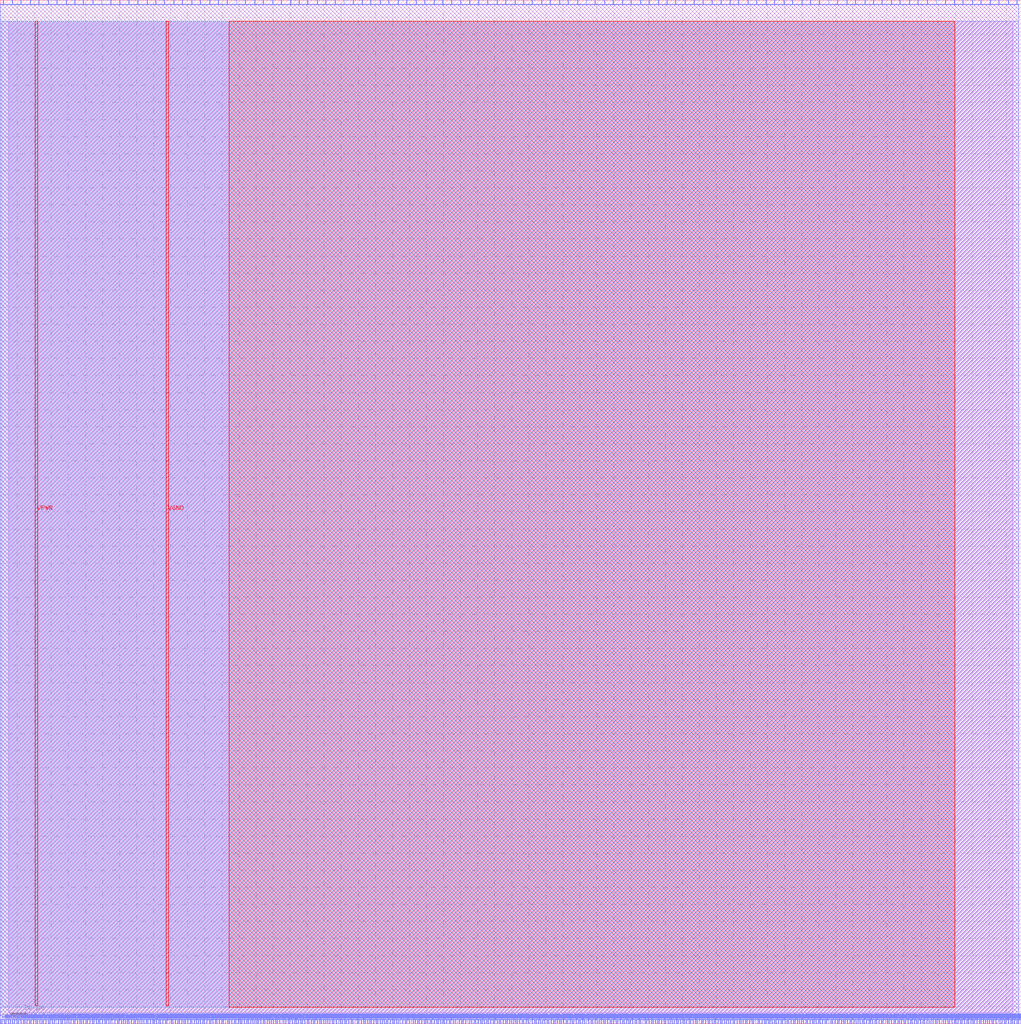
<source format=lef>
VERSION 5.7 ;
  NOWIREEXTENSIONATPIN ON ;
  DIVIDERCHAR "/" ;
  BUSBITCHARS "[]" ;
MACRO user_proj_example
  CLASS BLOCK ;
  FOREIGN user_proj_example ;
  ORIGIN 0.000 0.000 ;
  SIZE 598.760 BY 600.000 ;
  PIN io_in[0]
    DIRECTION INPUT ;
    PORT
      LAYER met2 ;
        RECT 1.860 597.600 2.140 600.000 ;
    END
  END io_in[0]
  PIN io_in[10]
    DIRECTION INPUT ;
    PORT
      LAYER met2 ;
        RECT 159.640 597.600 159.920 600.000 ;
    END
  END io_in[10]
  PIN io_in[11]
    DIRECTION INPUT ;
    PORT
      LAYER met2 ;
        RECT 175.280 597.600 175.560 600.000 ;
    END
  END io_in[11]
  PIN io_in[12]
    DIRECTION INPUT ;
    PORT
      LAYER met2 ;
        RECT 190.920 597.600 191.200 600.000 ;
    END
  END io_in[12]
  PIN io_in[13]
    DIRECTION INPUT ;
    PORT
      LAYER met2 ;
        RECT 207.020 597.600 207.300 600.000 ;
    END
  END io_in[13]
  PIN io_in[14]
    DIRECTION INPUT ;
    PORT
      LAYER met2 ;
        RECT 222.660 597.600 222.940 600.000 ;
    END
  END io_in[14]
  PIN io_in[15]
    DIRECTION INPUT ;
    PORT
      LAYER met2 ;
        RECT 238.300 597.600 238.580 600.000 ;
    END
  END io_in[15]
  PIN io_in[16]
    DIRECTION INPUT ;
    PORT
      LAYER met2 ;
        RECT 254.400 597.600 254.680 600.000 ;
    END
  END io_in[16]
  PIN io_in[17]
    DIRECTION INPUT ;
    PORT
      LAYER met2 ;
        RECT 270.040 597.600 270.320 600.000 ;
    END
  END io_in[17]
  PIN io_in[18]
    DIRECTION INPUT ;
    PORT
      LAYER met2 ;
        RECT 285.680 597.600 285.960 600.000 ;
    END
  END io_in[18]
  PIN io_in[19]
    DIRECTION INPUT ;
    PORT
      LAYER met2 ;
        RECT 301.780 597.600 302.060 600.000 ;
    END
  END io_in[19]
  PIN io_in[1]
    DIRECTION INPUT ;
    PORT
      LAYER met2 ;
        RECT 17.500 597.600 17.780 600.000 ;
    END
  END io_in[1]
  PIN io_in[20]
    DIRECTION INPUT ;
    PORT
      LAYER met2 ;
        RECT 317.420 597.600 317.700 600.000 ;
    END
  END io_in[20]
  PIN io_in[21]
    DIRECTION INPUT ;
    PORT
      LAYER met2 ;
        RECT 333.060 597.600 333.340 600.000 ;
    END
  END io_in[21]
  PIN io_in[22]
    DIRECTION INPUT ;
    PORT
      LAYER met2 ;
        RECT 348.700 597.600 348.980 600.000 ;
    END
  END io_in[22]
  PIN io_in[23]
    DIRECTION INPUT ;
    PORT
      LAYER met2 ;
        RECT 364.800 597.600 365.080 600.000 ;
    END
  END io_in[23]
  PIN io_in[24]
    DIRECTION INPUT ;
    PORT
      LAYER met2 ;
        RECT 380.440 597.600 380.720 600.000 ;
    END
  END io_in[24]
  PIN io_in[25]
    DIRECTION INPUT ;
    PORT
      LAYER met2 ;
        RECT 396.080 597.600 396.360 600.000 ;
    END
  END io_in[25]
  PIN io_in[26]
    DIRECTION INPUT ;
    PORT
      LAYER met2 ;
        RECT 412.180 597.600 412.460 600.000 ;
    END
  END io_in[26]
  PIN io_in[27]
    DIRECTION INPUT ;
    PORT
      LAYER met2 ;
        RECT 427.820 597.600 428.100 600.000 ;
    END
  END io_in[27]
  PIN io_in[28]
    DIRECTION INPUT ;
    PORT
      LAYER met2 ;
        RECT 443.460 597.600 443.740 600.000 ;
    END
  END io_in[28]
  PIN io_in[29]
    DIRECTION INPUT ;
    PORT
      LAYER met2 ;
        RECT 459.560 597.600 459.840 600.000 ;
    END
  END io_in[29]
  PIN io_in[2]
    DIRECTION INPUT ;
    PORT
      LAYER met2 ;
        RECT 33.140 597.600 33.420 600.000 ;
    END
  END io_in[2]
  PIN io_in[30]
    DIRECTION INPUT ;
    PORT
      LAYER met2 ;
        RECT 475.200 597.600 475.480 600.000 ;
    END
  END io_in[30]
  PIN io_in[31]
    DIRECTION INPUT ;
    PORT
      LAYER met2 ;
        RECT 490.840 597.600 491.120 600.000 ;
    END
  END io_in[31]
  PIN io_in[32]
    DIRECTION INPUT ;
    PORT
      LAYER met2 ;
        RECT 506.940 597.600 507.220 600.000 ;
    END
  END io_in[32]
  PIN io_in[33]
    DIRECTION INPUT ;
    PORT
      LAYER met2 ;
        RECT 522.580 597.600 522.860 600.000 ;
    END
  END io_in[33]
  PIN io_in[34]
    DIRECTION INPUT ;
    PORT
      LAYER met2 ;
        RECT 538.220 597.600 538.500 600.000 ;
    END
  END io_in[34]
  PIN io_in[35]
    DIRECTION INPUT ;
    PORT
      LAYER met2 ;
        RECT 554.320 597.600 554.600 600.000 ;
    END
  END io_in[35]
  PIN io_in[36]
    DIRECTION INPUT ;
    PORT
      LAYER met2 ;
        RECT 569.960 597.600 570.240 600.000 ;
    END
  END io_in[36]
  PIN io_in[37]
    DIRECTION INPUT ;
    PORT
      LAYER met2 ;
        RECT 585.600 597.600 585.880 600.000 ;
    END
  END io_in[37]
  PIN io_in[3]
    DIRECTION INPUT ;
    PORT
      LAYER met2 ;
        RECT 48.780 597.600 49.060 600.000 ;
    END
  END io_in[3]
  PIN io_in[4]
    DIRECTION INPUT ;
    PORT
      LAYER met2 ;
        RECT 64.880 597.600 65.160 600.000 ;
    END
  END io_in[4]
  PIN io_in[5]
    DIRECTION INPUT ;
    PORT
      LAYER met2 ;
        RECT 80.520 597.600 80.800 600.000 ;
    END
  END io_in[5]
  PIN io_in[6]
    DIRECTION INPUT ;
    PORT
      LAYER met2 ;
        RECT 96.160 597.600 96.440 600.000 ;
    END
  END io_in[6]
  PIN io_in[7]
    DIRECTION INPUT ;
    PORT
      LAYER met2 ;
        RECT 112.260 597.600 112.540 600.000 ;
    END
  END io_in[7]
  PIN io_in[8]
    DIRECTION INPUT ;
    PORT
      LAYER met2 ;
        RECT 127.900 597.600 128.180 600.000 ;
    END
  END io_in[8]
  PIN io_in[9]
    DIRECTION INPUT ;
    PORT
      LAYER met2 ;
        RECT 143.540 597.600 143.820 600.000 ;
    END
  END io_in[9]
  PIN io_oeb[0]
    DIRECTION OUTPUT TRISTATE ;
    PORT
      LAYER met2 ;
        RECT 6.920 597.600 7.200 600.000 ;
    END
  END io_oeb[0]
  PIN io_oeb[10]
    DIRECTION OUTPUT TRISTATE ;
    PORT
      LAYER met2 ;
        RECT 164.700 597.600 164.980 600.000 ;
    END
  END io_oeb[10]
  PIN io_oeb[11]
    DIRECTION OUTPUT TRISTATE ;
    PORT
      LAYER met2 ;
        RECT 180.340 597.600 180.620 600.000 ;
    END
  END io_oeb[11]
  PIN io_oeb[12]
    DIRECTION OUTPUT TRISTATE ;
    PORT
      LAYER met2 ;
        RECT 196.440 597.600 196.720 600.000 ;
    END
  END io_oeb[12]
  PIN io_oeb[13]
    DIRECTION OUTPUT TRISTATE ;
    PORT
      LAYER met2 ;
        RECT 212.080 597.600 212.360 600.000 ;
    END
  END io_oeb[13]
  PIN io_oeb[14]
    DIRECTION OUTPUT TRISTATE ;
    PORT
      LAYER met2 ;
        RECT 227.720 597.600 228.000 600.000 ;
    END
  END io_oeb[14]
  PIN io_oeb[15]
    DIRECTION OUTPUT TRISTATE ;
    PORT
      LAYER met2 ;
        RECT 243.820 597.600 244.100 600.000 ;
    END
  END io_oeb[15]
  PIN io_oeb[16]
    DIRECTION OUTPUT TRISTATE ;
    PORT
      LAYER met2 ;
        RECT 259.460 597.600 259.740 600.000 ;
    END
  END io_oeb[16]
  PIN io_oeb[17]
    DIRECTION OUTPUT TRISTATE ;
    PORT
      LAYER met2 ;
        RECT 275.100 597.600 275.380 600.000 ;
    END
  END io_oeb[17]
  PIN io_oeb[18]
    DIRECTION OUTPUT TRISTATE ;
    PORT
      LAYER met2 ;
        RECT 291.200 597.600 291.480 600.000 ;
    END
  END io_oeb[18]
  PIN io_oeb[19]
    DIRECTION OUTPUT TRISTATE ;
    PORT
      LAYER met2 ;
        RECT 306.840 597.600 307.120 600.000 ;
    END
  END io_oeb[19]
  PIN io_oeb[1]
    DIRECTION OUTPUT TRISTATE ;
    PORT
      LAYER met2 ;
        RECT 22.560 597.600 22.840 600.000 ;
    END
  END io_oeb[1]
  PIN io_oeb[20]
    DIRECTION OUTPUT TRISTATE ;
    PORT
      LAYER met2 ;
        RECT 322.480 597.600 322.760 600.000 ;
    END
  END io_oeb[20]
  PIN io_oeb[21]
    DIRECTION OUTPUT TRISTATE ;
    PORT
      LAYER met2 ;
        RECT 338.580 597.600 338.860 600.000 ;
    END
  END io_oeb[21]
  PIN io_oeb[22]
    DIRECTION OUTPUT TRISTATE ;
    PORT
      LAYER met2 ;
        RECT 354.220 597.600 354.500 600.000 ;
    END
  END io_oeb[22]
  PIN io_oeb[23]
    DIRECTION OUTPUT TRISTATE ;
    PORT
      LAYER met2 ;
        RECT 369.860 597.600 370.140 600.000 ;
    END
  END io_oeb[23]
  PIN io_oeb[24]
    DIRECTION OUTPUT TRISTATE ;
    PORT
      LAYER met2 ;
        RECT 385.960 597.600 386.240 600.000 ;
    END
  END io_oeb[24]
  PIN io_oeb[25]
    DIRECTION OUTPUT TRISTATE ;
    PORT
      LAYER met2 ;
        RECT 401.600 597.600 401.880 600.000 ;
    END
  END io_oeb[25]
  PIN io_oeb[26]
    DIRECTION OUTPUT TRISTATE ;
    PORT
      LAYER met2 ;
        RECT 417.240 597.600 417.520 600.000 ;
    END
  END io_oeb[26]
  PIN io_oeb[27]
    DIRECTION OUTPUT TRISTATE ;
    PORT
      LAYER met2 ;
        RECT 432.880 597.600 433.160 600.000 ;
    END
  END io_oeb[27]
  PIN io_oeb[28]
    DIRECTION OUTPUT TRISTATE ;
    PORT
      LAYER met2 ;
        RECT 448.980 597.600 449.260 600.000 ;
    END
  END io_oeb[28]
  PIN io_oeb[29]
    DIRECTION OUTPUT TRISTATE ;
    PORT
      LAYER met2 ;
        RECT 464.620 597.600 464.900 600.000 ;
    END
  END io_oeb[29]
  PIN io_oeb[2]
    DIRECTION OUTPUT TRISTATE ;
    PORT
      LAYER met2 ;
        RECT 38.660 597.600 38.940 600.000 ;
    END
  END io_oeb[2]
  PIN io_oeb[30]
    DIRECTION OUTPUT TRISTATE ;
    PORT
      LAYER met2 ;
        RECT 480.260 597.600 480.540 600.000 ;
    END
  END io_oeb[30]
  PIN io_oeb[31]
    DIRECTION OUTPUT TRISTATE ;
    PORT
      LAYER met2 ;
        RECT 496.360 597.600 496.640 600.000 ;
    END
  END io_oeb[31]
  PIN io_oeb[32]
    DIRECTION OUTPUT TRISTATE ;
    PORT
      LAYER met2 ;
        RECT 512.000 597.600 512.280 600.000 ;
    END
  END io_oeb[32]
  PIN io_oeb[33]
    DIRECTION OUTPUT TRISTATE ;
    PORT
      LAYER met2 ;
        RECT 527.640 597.600 527.920 600.000 ;
    END
  END io_oeb[33]
  PIN io_oeb[34]
    DIRECTION OUTPUT TRISTATE ;
    PORT
      LAYER met2 ;
        RECT 543.740 597.600 544.020 600.000 ;
    END
  END io_oeb[34]
  PIN io_oeb[35]
    DIRECTION OUTPUT TRISTATE ;
    PORT
      LAYER met2 ;
        RECT 559.380 597.600 559.660 600.000 ;
    END
  END io_oeb[35]
  PIN io_oeb[36]
    DIRECTION OUTPUT TRISTATE ;
    PORT
      LAYER met2 ;
        RECT 575.020 597.600 575.300 600.000 ;
    END
  END io_oeb[36]
  PIN io_oeb[37]
    DIRECTION OUTPUT TRISTATE ;
    PORT
      LAYER met2 ;
        RECT 591.120 597.600 591.400 600.000 ;
    END
  END io_oeb[37]
  PIN io_oeb[3]
    DIRECTION OUTPUT TRISTATE ;
    PORT
      LAYER met2 ;
        RECT 54.300 597.600 54.580 600.000 ;
    END
  END io_oeb[3]
  PIN io_oeb[4]
    DIRECTION OUTPUT TRISTATE ;
    PORT
      LAYER met2 ;
        RECT 69.940 597.600 70.220 600.000 ;
    END
  END io_oeb[4]
  PIN io_oeb[5]
    DIRECTION OUTPUT TRISTATE ;
    PORT
      LAYER met2 ;
        RECT 86.040 597.600 86.320 600.000 ;
    END
  END io_oeb[5]
  PIN io_oeb[6]
    DIRECTION OUTPUT TRISTATE ;
    PORT
      LAYER met2 ;
        RECT 101.680 597.600 101.960 600.000 ;
    END
  END io_oeb[6]
  PIN io_oeb[7]
    DIRECTION OUTPUT TRISTATE ;
    PORT
      LAYER met2 ;
        RECT 117.320 597.600 117.600 600.000 ;
    END
  END io_oeb[7]
  PIN io_oeb[8]
    DIRECTION OUTPUT TRISTATE ;
    PORT
      LAYER met2 ;
        RECT 132.960 597.600 133.240 600.000 ;
    END
  END io_oeb[8]
  PIN io_oeb[9]
    DIRECTION OUTPUT TRISTATE ;
    PORT
      LAYER met2 ;
        RECT 149.060 597.600 149.340 600.000 ;
    END
  END io_oeb[9]
  PIN io_out[0]
    DIRECTION OUTPUT TRISTATE ;
    PORT
      LAYER met2 ;
        RECT 11.980 597.600 12.260 600.000 ;
    END
  END io_out[0]
  PIN io_out[10]
    DIRECTION OUTPUT TRISTATE ;
    PORT
      LAYER met2 ;
        RECT 170.220 597.600 170.500 600.000 ;
    END
  END io_out[10]
  PIN io_out[11]
    DIRECTION OUTPUT TRISTATE ;
    PORT
      LAYER met2 ;
        RECT 185.860 597.600 186.140 600.000 ;
    END
  END io_out[11]
  PIN io_out[12]
    DIRECTION OUTPUT TRISTATE ;
    PORT
      LAYER met2 ;
        RECT 201.500 597.600 201.780 600.000 ;
    END
  END io_out[12]
  PIN io_out[13]
    DIRECTION OUTPUT TRISTATE ;
    PORT
      LAYER met2 ;
        RECT 217.140 597.600 217.420 600.000 ;
    END
  END io_out[13]
  PIN io_out[14]
    DIRECTION OUTPUT TRISTATE ;
    PORT
      LAYER met2 ;
        RECT 233.240 597.600 233.520 600.000 ;
    END
  END io_out[14]
  PIN io_out[15]
    DIRECTION OUTPUT TRISTATE ;
    PORT
      LAYER met2 ;
        RECT 248.880 597.600 249.160 600.000 ;
    END
  END io_out[15]
  PIN io_out[16]
    DIRECTION OUTPUT TRISTATE ;
    PORT
      LAYER met2 ;
        RECT 264.520 597.600 264.800 600.000 ;
    END
  END io_out[16]
  PIN io_out[17]
    DIRECTION OUTPUT TRISTATE ;
    PORT
      LAYER met2 ;
        RECT 280.620 597.600 280.900 600.000 ;
    END
  END io_out[17]
  PIN io_out[18]
    DIRECTION OUTPUT TRISTATE ;
    PORT
      LAYER met2 ;
        RECT 296.260 597.600 296.540 600.000 ;
    END
  END io_out[18]
  PIN io_out[19]
    DIRECTION OUTPUT TRISTATE ;
    PORT
      LAYER met2 ;
        RECT 311.900 597.600 312.180 600.000 ;
    END
  END io_out[19]
  PIN io_out[1]
    DIRECTION OUTPUT TRISTATE ;
    PORT
      LAYER met2 ;
        RECT 28.080 597.600 28.360 600.000 ;
    END
  END io_out[1]
  PIN io_out[20]
    DIRECTION OUTPUT TRISTATE ;
    PORT
      LAYER met2 ;
        RECT 328.000 597.600 328.280 600.000 ;
    END
  END io_out[20]
  PIN io_out[21]
    DIRECTION OUTPUT TRISTATE ;
    PORT
      LAYER met2 ;
        RECT 343.640 597.600 343.920 600.000 ;
    END
  END io_out[21]
  PIN io_out[22]
    DIRECTION OUTPUT TRISTATE ;
    PORT
      LAYER met2 ;
        RECT 359.280 597.600 359.560 600.000 ;
    END
  END io_out[22]
  PIN io_out[23]
    DIRECTION OUTPUT TRISTATE ;
    PORT
      LAYER met2 ;
        RECT 375.380 597.600 375.660 600.000 ;
    END
  END io_out[23]
  PIN io_out[24]
    DIRECTION OUTPUT TRISTATE ;
    PORT
      LAYER met2 ;
        RECT 391.020 597.600 391.300 600.000 ;
    END
  END io_out[24]
  PIN io_out[25]
    DIRECTION OUTPUT TRISTATE ;
    PORT
      LAYER met2 ;
        RECT 406.660 597.600 406.940 600.000 ;
    END
  END io_out[25]
  PIN io_out[26]
    DIRECTION OUTPUT TRISTATE ;
    PORT
      LAYER met2 ;
        RECT 422.760 597.600 423.040 600.000 ;
    END
  END io_out[26]
  PIN io_out[27]
    DIRECTION OUTPUT TRISTATE ;
    PORT
      LAYER met2 ;
        RECT 438.400 597.600 438.680 600.000 ;
    END
  END io_out[27]
  PIN io_out[28]
    DIRECTION OUTPUT TRISTATE ;
    PORT
      LAYER met2 ;
        RECT 454.040 597.600 454.320 600.000 ;
    END
  END io_out[28]
  PIN io_out[29]
    DIRECTION OUTPUT TRISTATE ;
    PORT
      LAYER met2 ;
        RECT 470.140 597.600 470.420 600.000 ;
    END
  END io_out[29]
  PIN io_out[2]
    DIRECTION OUTPUT TRISTATE ;
    PORT
      LAYER met2 ;
        RECT 43.720 597.600 44.000 600.000 ;
    END
  END io_out[2]
  PIN io_out[30]
    DIRECTION OUTPUT TRISTATE ;
    PORT
      LAYER met2 ;
        RECT 485.780 597.600 486.060 600.000 ;
    END
  END io_out[30]
  PIN io_out[31]
    DIRECTION OUTPUT TRISTATE ;
    PORT
      LAYER met2 ;
        RECT 501.420 597.600 501.700 600.000 ;
    END
  END io_out[31]
  PIN io_out[32]
    DIRECTION OUTPUT TRISTATE ;
    PORT
      LAYER met2 ;
        RECT 517.060 597.600 517.340 600.000 ;
    END
  END io_out[32]
  PIN io_out[33]
    DIRECTION OUTPUT TRISTATE ;
    PORT
      LAYER met2 ;
        RECT 533.160 597.600 533.440 600.000 ;
    END
  END io_out[33]
  PIN io_out[34]
    DIRECTION OUTPUT TRISTATE ;
    PORT
      LAYER met2 ;
        RECT 548.800 597.600 549.080 600.000 ;
    END
  END io_out[34]
  PIN io_out[35]
    DIRECTION OUTPUT TRISTATE ;
    PORT
      LAYER met2 ;
        RECT 564.440 597.600 564.720 600.000 ;
    END
  END io_out[35]
  PIN io_out[36]
    DIRECTION OUTPUT TRISTATE ;
    PORT
      LAYER met2 ;
        RECT 580.540 597.600 580.820 600.000 ;
    END
  END io_out[36]
  PIN io_out[37]
    DIRECTION OUTPUT TRISTATE ;
    PORT
      LAYER met2 ;
        RECT 596.180 597.600 596.460 600.000 ;
    END
  END io_out[37]
  PIN io_out[3]
    DIRECTION OUTPUT TRISTATE ;
    PORT
      LAYER met2 ;
        RECT 59.360 597.600 59.640 600.000 ;
    END
  END io_out[3]
  PIN io_out[4]
    DIRECTION OUTPUT TRISTATE ;
    PORT
      LAYER met2 ;
        RECT 75.460 597.600 75.740 600.000 ;
    END
  END io_out[4]
  PIN io_out[5]
    DIRECTION OUTPUT TRISTATE ;
    PORT
      LAYER met2 ;
        RECT 91.100 597.600 91.380 600.000 ;
    END
  END io_out[5]
  PIN io_out[6]
    DIRECTION OUTPUT TRISTATE ;
    PORT
      LAYER met2 ;
        RECT 106.740 597.600 107.020 600.000 ;
    END
  END io_out[6]
  PIN io_out[7]
    DIRECTION OUTPUT TRISTATE ;
    PORT
      LAYER met2 ;
        RECT 122.840 597.600 123.120 600.000 ;
    END
  END io_out[7]
  PIN io_out[8]
    DIRECTION OUTPUT TRISTATE ;
    PORT
      LAYER met2 ;
        RECT 138.480 597.600 138.760 600.000 ;
    END
  END io_out[8]
  PIN io_out[9]
    DIRECTION OUTPUT TRISTATE ;
    PORT
      LAYER met2 ;
        RECT 154.120 597.600 154.400 600.000 ;
    END
  END io_out[9]
  PIN la_data_in[0]
    DIRECTION INPUT ;
    PORT
      LAYER met2 ;
        RECT 129.740 0.000 130.020 2.400 ;
    END
  END la_data_in[0]
  PIN la_data_in[100]
    DIRECTION INPUT ;
    PORT
      LAYER met2 ;
        RECT 496.820 0.000 497.100 2.400 ;
    END
  END la_data_in[100]
  PIN la_data_in[101]
    DIRECTION INPUT ;
    PORT
      LAYER met2 ;
        RECT 500.500 0.000 500.780 2.400 ;
    END
  END la_data_in[101]
  PIN la_data_in[102]
    DIRECTION INPUT ;
    PORT
      LAYER met2 ;
        RECT 504.180 0.000 504.460 2.400 ;
    END
  END la_data_in[102]
  PIN la_data_in[103]
    DIRECTION INPUT ;
    PORT
      LAYER met2 ;
        RECT 507.860 0.000 508.140 2.400 ;
    END
  END la_data_in[103]
  PIN la_data_in[104]
    DIRECTION INPUT ;
    PORT
      LAYER met2 ;
        RECT 511.540 0.000 511.820 2.400 ;
    END
  END la_data_in[104]
  PIN la_data_in[105]
    DIRECTION INPUT ;
    PORT
      LAYER met2 ;
        RECT 515.220 0.000 515.500 2.400 ;
    END
  END la_data_in[105]
  PIN la_data_in[106]
    DIRECTION INPUT ;
    PORT
      LAYER met2 ;
        RECT 518.900 0.000 519.180 2.400 ;
    END
  END la_data_in[106]
  PIN la_data_in[107]
    DIRECTION INPUT ;
    PORT
      LAYER met2 ;
        RECT 522.580 0.000 522.860 2.400 ;
    END
  END la_data_in[107]
  PIN la_data_in[108]
    DIRECTION INPUT ;
    PORT
      LAYER met2 ;
        RECT 526.260 0.000 526.540 2.400 ;
    END
  END la_data_in[108]
  PIN la_data_in[109]
    DIRECTION INPUT ;
    PORT
      LAYER met2 ;
        RECT 529.940 0.000 530.220 2.400 ;
    END
  END la_data_in[109]
  PIN la_data_in[10]
    DIRECTION INPUT ;
    PORT
      LAYER met2 ;
        RECT 166.080 0.000 166.360 2.400 ;
    END
  END la_data_in[10]
  PIN la_data_in[110]
    DIRECTION INPUT ;
    PORT
      LAYER met2 ;
        RECT 533.620 0.000 533.900 2.400 ;
    END
  END la_data_in[110]
  PIN la_data_in[111]
    DIRECTION INPUT ;
    PORT
      LAYER met2 ;
        RECT 537.300 0.000 537.580 2.400 ;
    END
  END la_data_in[111]
  PIN la_data_in[112]
    DIRECTION INPUT ;
    PORT
      LAYER met2 ;
        RECT 540.980 0.000 541.260 2.400 ;
    END
  END la_data_in[112]
  PIN la_data_in[113]
    DIRECTION INPUT ;
    PORT
      LAYER met2 ;
        RECT 544.660 0.000 544.940 2.400 ;
    END
  END la_data_in[113]
  PIN la_data_in[114]
    DIRECTION INPUT ;
    PORT
      LAYER met2 ;
        RECT 548.340 0.000 548.620 2.400 ;
    END
  END la_data_in[114]
  PIN la_data_in[115]
    DIRECTION INPUT ;
    PORT
      LAYER met2 ;
        RECT 552.020 0.000 552.300 2.400 ;
    END
  END la_data_in[115]
  PIN la_data_in[116]
    DIRECTION INPUT ;
    PORT
      LAYER met2 ;
        RECT 555.700 0.000 555.980 2.400 ;
    END
  END la_data_in[116]
  PIN la_data_in[117]
    DIRECTION INPUT ;
    PORT
      LAYER met2 ;
        RECT 559.380 0.000 559.660 2.400 ;
    END
  END la_data_in[117]
  PIN la_data_in[118]
    DIRECTION INPUT ;
    PORT
      LAYER met2 ;
        RECT 563.060 0.000 563.340 2.400 ;
    END
  END la_data_in[118]
  PIN la_data_in[119]
    DIRECTION INPUT ;
    PORT
      LAYER met2 ;
        RECT 566.740 0.000 567.020 2.400 ;
    END
  END la_data_in[119]
  PIN la_data_in[11]
    DIRECTION INPUT ;
    PORT
      LAYER met2 ;
        RECT 169.760 0.000 170.040 2.400 ;
    END
  END la_data_in[11]
  PIN la_data_in[120]
    DIRECTION INPUT ;
    PORT
      LAYER met2 ;
        RECT 570.420 0.000 570.700 2.400 ;
    END
  END la_data_in[120]
  PIN la_data_in[121]
    DIRECTION INPUT ;
    PORT
      LAYER met2 ;
        RECT 574.100 0.000 574.380 2.400 ;
    END
  END la_data_in[121]
  PIN la_data_in[122]
    DIRECTION INPUT ;
    PORT
      LAYER met2 ;
        RECT 577.780 0.000 578.060 2.400 ;
    END
  END la_data_in[122]
  PIN la_data_in[123]
    DIRECTION INPUT ;
    PORT
      LAYER met2 ;
        RECT 581.460 0.000 581.740 2.400 ;
    END
  END la_data_in[123]
  PIN la_data_in[124]
    DIRECTION INPUT ;
    PORT
      LAYER met2 ;
        RECT 585.140 0.000 585.420 2.400 ;
    END
  END la_data_in[124]
  PIN la_data_in[125]
    DIRECTION INPUT ;
    PORT
      LAYER met2 ;
        RECT 588.820 0.000 589.100 2.400 ;
    END
  END la_data_in[125]
  PIN la_data_in[126]
    DIRECTION INPUT ;
    PORT
      LAYER met2 ;
        RECT 592.500 0.000 592.780 2.400 ;
    END
  END la_data_in[126]
  PIN la_data_in[127]
    DIRECTION INPUT ;
    PORT
      LAYER met2 ;
        RECT 596.180 0.000 596.460 2.400 ;
    END
  END la_data_in[127]
  PIN la_data_in[12]
    DIRECTION INPUT ;
    PORT
      LAYER met2 ;
        RECT 173.440 0.000 173.720 2.400 ;
    END
  END la_data_in[12]
  PIN la_data_in[13]
    DIRECTION INPUT ;
    PORT
      LAYER met2 ;
        RECT 177.120 0.000 177.400 2.400 ;
    END
  END la_data_in[13]
  PIN la_data_in[14]
    DIRECTION INPUT ;
    PORT
      LAYER met2 ;
        RECT 180.800 0.000 181.080 2.400 ;
    END
  END la_data_in[14]
  PIN la_data_in[15]
    DIRECTION INPUT ;
    PORT
      LAYER met2 ;
        RECT 184.480 0.000 184.760 2.400 ;
    END
  END la_data_in[15]
  PIN la_data_in[16]
    DIRECTION INPUT ;
    PORT
      LAYER met2 ;
        RECT 188.160 0.000 188.440 2.400 ;
    END
  END la_data_in[16]
  PIN la_data_in[17]
    DIRECTION INPUT ;
    PORT
      LAYER met2 ;
        RECT 191.840 0.000 192.120 2.400 ;
    END
  END la_data_in[17]
  PIN la_data_in[18]
    DIRECTION INPUT ;
    PORT
      LAYER met2 ;
        RECT 195.520 0.000 195.800 2.400 ;
    END
  END la_data_in[18]
  PIN la_data_in[19]
    DIRECTION INPUT ;
    PORT
      LAYER met2 ;
        RECT 199.200 0.000 199.480 2.400 ;
    END
  END la_data_in[19]
  PIN la_data_in[1]
    DIRECTION INPUT ;
    PORT
      LAYER met2 ;
        RECT 133.420 0.000 133.700 2.400 ;
    END
  END la_data_in[1]
  PIN la_data_in[20]
    DIRECTION INPUT ;
    PORT
      LAYER met2 ;
        RECT 202.880 0.000 203.160 2.400 ;
    END
  END la_data_in[20]
  PIN la_data_in[21]
    DIRECTION INPUT ;
    PORT
      LAYER met2 ;
        RECT 206.560 0.000 206.840 2.400 ;
    END
  END la_data_in[21]
  PIN la_data_in[22]
    DIRECTION INPUT ;
    PORT
      LAYER met2 ;
        RECT 210.240 0.000 210.520 2.400 ;
    END
  END la_data_in[22]
  PIN la_data_in[23]
    DIRECTION INPUT ;
    PORT
      LAYER met2 ;
        RECT 213.920 0.000 214.200 2.400 ;
    END
  END la_data_in[23]
  PIN la_data_in[24]
    DIRECTION INPUT ;
    PORT
      LAYER met2 ;
        RECT 217.600 0.000 217.880 2.400 ;
    END
  END la_data_in[24]
  PIN la_data_in[25]
    DIRECTION INPUT ;
    PORT
      LAYER met2 ;
        RECT 221.280 0.000 221.560 2.400 ;
    END
  END la_data_in[25]
  PIN la_data_in[26]
    DIRECTION INPUT ;
    PORT
      LAYER met2 ;
        RECT 224.960 0.000 225.240 2.400 ;
    END
  END la_data_in[26]
  PIN la_data_in[27]
    DIRECTION INPUT ;
    PORT
      LAYER met2 ;
        RECT 228.640 0.000 228.920 2.400 ;
    END
  END la_data_in[27]
  PIN la_data_in[28]
    DIRECTION INPUT ;
    PORT
      LAYER met2 ;
        RECT 232.320 0.000 232.600 2.400 ;
    END
  END la_data_in[28]
  PIN la_data_in[29]
    DIRECTION INPUT ;
    PORT
      LAYER met2 ;
        RECT 236.000 0.000 236.280 2.400 ;
    END
  END la_data_in[29]
  PIN la_data_in[2]
    DIRECTION INPUT ;
    PORT
      LAYER met2 ;
        RECT 137.100 0.000 137.380 2.400 ;
    END
  END la_data_in[2]
  PIN la_data_in[30]
    DIRECTION INPUT ;
    PORT
      LAYER met2 ;
        RECT 239.680 0.000 239.960 2.400 ;
    END
  END la_data_in[30]
  PIN la_data_in[31]
    DIRECTION INPUT ;
    PORT
      LAYER met2 ;
        RECT 243.360 0.000 243.640 2.400 ;
    END
  END la_data_in[31]
  PIN la_data_in[32]
    DIRECTION INPUT ;
    PORT
      LAYER met2 ;
        RECT 247.040 0.000 247.320 2.400 ;
    END
  END la_data_in[32]
  PIN la_data_in[33]
    DIRECTION INPUT ;
    PORT
      LAYER met2 ;
        RECT 250.720 0.000 251.000 2.400 ;
    END
  END la_data_in[33]
  PIN la_data_in[34]
    DIRECTION INPUT ;
    PORT
      LAYER met2 ;
        RECT 254.400 0.000 254.680 2.400 ;
    END
  END la_data_in[34]
  PIN la_data_in[35]
    DIRECTION INPUT ;
    PORT
      LAYER met2 ;
        RECT 258.080 0.000 258.360 2.400 ;
    END
  END la_data_in[35]
  PIN la_data_in[36]
    DIRECTION INPUT ;
    PORT
      LAYER met2 ;
        RECT 261.760 0.000 262.040 2.400 ;
    END
  END la_data_in[36]
  PIN la_data_in[37]
    DIRECTION INPUT ;
    PORT
      LAYER met2 ;
        RECT 265.440 0.000 265.720 2.400 ;
    END
  END la_data_in[37]
  PIN la_data_in[38]
    DIRECTION INPUT ;
    PORT
      LAYER met2 ;
        RECT 269.120 0.000 269.400 2.400 ;
    END
  END la_data_in[38]
  PIN la_data_in[39]
    DIRECTION INPUT ;
    PORT
      LAYER met2 ;
        RECT 272.800 0.000 273.080 2.400 ;
    END
  END la_data_in[39]
  PIN la_data_in[3]
    DIRECTION INPUT ;
    PORT
      LAYER met2 ;
        RECT 140.780 0.000 141.060 2.400 ;
    END
  END la_data_in[3]
  PIN la_data_in[40]
    DIRECTION INPUT ;
    PORT
      LAYER met2 ;
        RECT 276.480 0.000 276.760 2.400 ;
    END
  END la_data_in[40]
  PIN la_data_in[41]
    DIRECTION INPUT ;
    PORT
      LAYER met2 ;
        RECT 280.160 0.000 280.440 2.400 ;
    END
  END la_data_in[41]
  PIN la_data_in[42]
    DIRECTION INPUT ;
    PORT
      LAYER met2 ;
        RECT 283.840 0.000 284.120 2.400 ;
    END
  END la_data_in[42]
  PIN la_data_in[43]
    DIRECTION INPUT ;
    PORT
      LAYER met2 ;
        RECT 287.520 0.000 287.800 2.400 ;
    END
  END la_data_in[43]
  PIN la_data_in[44]
    DIRECTION INPUT ;
    PORT
      LAYER met2 ;
        RECT 291.200 0.000 291.480 2.400 ;
    END
  END la_data_in[44]
  PIN la_data_in[45]
    DIRECTION INPUT ;
    PORT
      LAYER met2 ;
        RECT 294.880 0.000 295.160 2.400 ;
    END
  END la_data_in[45]
  PIN la_data_in[46]
    DIRECTION INPUT ;
    PORT
      LAYER met2 ;
        RECT 298.560 0.000 298.840 2.400 ;
    END
  END la_data_in[46]
  PIN la_data_in[47]
    DIRECTION INPUT ;
    PORT
      LAYER met2 ;
        RECT 302.240 0.000 302.520 2.400 ;
    END
  END la_data_in[47]
  PIN la_data_in[48]
    DIRECTION INPUT ;
    PORT
      LAYER met2 ;
        RECT 305.920 0.000 306.200 2.400 ;
    END
  END la_data_in[48]
  PIN la_data_in[49]
    DIRECTION INPUT ;
    PORT
      LAYER met2 ;
        RECT 309.600 0.000 309.880 2.400 ;
    END
  END la_data_in[49]
  PIN la_data_in[4]
    DIRECTION INPUT ;
    PORT
      LAYER met2 ;
        RECT 144.460 0.000 144.740 2.400 ;
    END
  END la_data_in[4]
  PIN la_data_in[50]
    DIRECTION INPUT ;
    PORT
      LAYER met2 ;
        RECT 313.280 0.000 313.560 2.400 ;
    END
  END la_data_in[50]
  PIN la_data_in[51]
    DIRECTION INPUT ;
    PORT
      LAYER met2 ;
        RECT 316.960 0.000 317.240 2.400 ;
    END
  END la_data_in[51]
  PIN la_data_in[52]
    DIRECTION INPUT ;
    PORT
      LAYER met2 ;
        RECT 320.640 0.000 320.920 2.400 ;
    END
  END la_data_in[52]
  PIN la_data_in[53]
    DIRECTION INPUT ;
    PORT
      LAYER met2 ;
        RECT 324.320 0.000 324.600 2.400 ;
    END
  END la_data_in[53]
  PIN la_data_in[54]
    DIRECTION INPUT ;
    PORT
      LAYER met2 ;
        RECT 328.000 0.000 328.280 2.400 ;
    END
  END la_data_in[54]
  PIN la_data_in[55]
    DIRECTION INPUT ;
    PORT
      LAYER met2 ;
        RECT 331.680 0.000 331.960 2.400 ;
    END
  END la_data_in[55]
  PIN la_data_in[56]
    DIRECTION INPUT ;
    PORT
      LAYER met2 ;
        RECT 335.360 0.000 335.640 2.400 ;
    END
  END la_data_in[56]
  PIN la_data_in[57]
    DIRECTION INPUT ;
    PORT
      LAYER met2 ;
        RECT 339.040 0.000 339.320 2.400 ;
    END
  END la_data_in[57]
  PIN la_data_in[58]
    DIRECTION INPUT ;
    PORT
      LAYER met2 ;
        RECT 342.720 0.000 343.000 2.400 ;
    END
  END la_data_in[58]
  PIN la_data_in[59]
    DIRECTION INPUT ;
    PORT
      LAYER met2 ;
        RECT 346.400 0.000 346.680 2.400 ;
    END
  END la_data_in[59]
  PIN la_data_in[5]
    DIRECTION INPUT ;
    PORT
      LAYER met2 ;
        RECT 148.140 0.000 148.420 2.400 ;
    END
  END la_data_in[5]
  PIN la_data_in[60]
    DIRECTION INPUT ;
    PORT
      LAYER met2 ;
        RECT 350.080 0.000 350.360 2.400 ;
    END
  END la_data_in[60]
  PIN la_data_in[61]
    DIRECTION INPUT ;
    PORT
      LAYER met2 ;
        RECT 353.760 0.000 354.040 2.400 ;
    END
  END la_data_in[61]
  PIN la_data_in[62]
    DIRECTION INPUT ;
    PORT
      LAYER met2 ;
        RECT 357.440 0.000 357.720 2.400 ;
    END
  END la_data_in[62]
  PIN la_data_in[63]
    DIRECTION INPUT ;
    PORT
      LAYER met2 ;
        RECT 361.120 0.000 361.400 2.400 ;
    END
  END la_data_in[63]
  PIN la_data_in[64]
    DIRECTION INPUT ;
    PORT
      LAYER met2 ;
        RECT 364.800 0.000 365.080 2.400 ;
    END
  END la_data_in[64]
  PIN la_data_in[65]
    DIRECTION INPUT ;
    PORT
      LAYER met2 ;
        RECT 368.480 0.000 368.760 2.400 ;
    END
  END la_data_in[65]
  PIN la_data_in[66]
    DIRECTION INPUT ;
    PORT
      LAYER met2 ;
        RECT 372.160 0.000 372.440 2.400 ;
    END
  END la_data_in[66]
  PIN la_data_in[67]
    DIRECTION INPUT ;
    PORT
      LAYER met2 ;
        RECT 375.380 0.000 375.660 2.400 ;
    END
  END la_data_in[67]
  PIN la_data_in[68]
    DIRECTION INPUT ;
    PORT
      LAYER met2 ;
        RECT 379.060 0.000 379.340 2.400 ;
    END
  END la_data_in[68]
  PIN la_data_in[69]
    DIRECTION INPUT ;
    PORT
      LAYER met2 ;
        RECT 382.740 0.000 383.020 2.400 ;
    END
  END la_data_in[69]
  PIN la_data_in[6]
    DIRECTION INPUT ;
    PORT
      LAYER met2 ;
        RECT 151.360 0.000 151.640 2.400 ;
    END
  END la_data_in[6]
  PIN la_data_in[70]
    DIRECTION INPUT ;
    PORT
      LAYER met2 ;
        RECT 386.420 0.000 386.700 2.400 ;
    END
  END la_data_in[70]
  PIN la_data_in[71]
    DIRECTION INPUT ;
    PORT
      LAYER met2 ;
        RECT 390.100 0.000 390.380 2.400 ;
    END
  END la_data_in[71]
  PIN la_data_in[72]
    DIRECTION INPUT ;
    PORT
      LAYER met2 ;
        RECT 393.780 0.000 394.060 2.400 ;
    END
  END la_data_in[72]
  PIN la_data_in[73]
    DIRECTION INPUT ;
    PORT
      LAYER met2 ;
        RECT 397.460 0.000 397.740 2.400 ;
    END
  END la_data_in[73]
  PIN la_data_in[74]
    DIRECTION INPUT ;
    PORT
      LAYER met2 ;
        RECT 401.140 0.000 401.420 2.400 ;
    END
  END la_data_in[74]
  PIN la_data_in[75]
    DIRECTION INPUT ;
    PORT
      LAYER met2 ;
        RECT 404.820 0.000 405.100 2.400 ;
    END
  END la_data_in[75]
  PIN la_data_in[76]
    DIRECTION INPUT ;
    PORT
      LAYER met2 ;
        RECT 408.500 0.000 408.780 2.400 ;
    END
  END la_data_in[76]
  PIN la_data_in[77]
    DIRECTION INPUT ;
    PORT
      LAYER met2 ;
        RECT 412.180 0.000 412.460 2.400 ;
    END
  END la_data_in[77]
  PIN la_data_in[78]
    DIRECTION INPUT ;
    PORT
      LAYER met2 ;
        RECT 415.860 0.000 416.140 2.400 ;
    END
  END la_data_in[78]
  PIN la_data_in[79]
    DIRECTION INPUT ;
    PORT
      LAYER met2 ;
        RECT 419.540 0.000 419.820 2.400 ;
    END
  END la_data_in[79]
  PIN la_data_in[7]
    DIRECTION INPUT ;
    PORT
      LAYER met2 ;
        RECT 155.040 0.000 155.320 2.400 ;
    END
  END la_data_in[7]
  PIN la_data_in[80]
    DIRECTION INPUT ;
    PORT
      LAYER met2 ;
        RECT 423.220 0.000 423.500 2.400 ;
    END
  END la_data_in[80]
  PIN la_data_in[81]
    DIRECTION INPUT ;
    PORT
      LAYER met2 ;
        RECT 426.900 0.000 427.180 2.400 ;
    END
  END la_data_in[81]
  PIN la_data_in[82]
    DIRECTION INPUT ;
    PORT
      LAYER met2 ;
        RECT 430.580 0.000 430.860 2.400 ;
    END
  END la_data_in[82]
  PIN la_data_in[83]
    DIRECTION INPUT ;
    PORT
      LAYER met2 ;
        RECT 434.260 0.000 434.540 2.400 ;
    END
  END la_data_in[83]
  PIN la_data_in[84]
    DIRECTION INPUT ;
    PORT
      LAYER met2 ;
        RECT 437.940 0.000 438.220 2.400 ;
    END
  END la_data_in[84]
  PIN la_data_in[85]
    DIRECTION INPUT ;
    PORT
      LAYER met2 ;
        RECT 441.620 0.000 441.900 2.400 ;
    END
  END la_data_in[85]
  PIN la_data_in[86]
    DIRECTION INPUT ;
    PORT
      LAYER met2 ;
        RECT 445.300 0.000 445.580 2.400 ;
    END
  END la_data_in[86]
  PIN la_data_in[87]
    DIRECTION INPUT ;
    PORT
      LAYER met2 ;
        RECT 448.980 0.000 449.260 2.400 ;
    END
  END la_data_in[87]
  PIN la_data_in[88]
    DIRECTION INPUT ;
    PORT
      LAYER met2 ;
        RECT 452.660 0.000 452.940 2.400 ;
    END
  END la_data_in[88]
  PIN la_data_in[89]
    DIRECTION INPUT ;
    PORT
      LAYER met2 ;
        RECT 456.340 0.000 456.620 2.400 ;
    END
  END la_data_in[89]
  PIN la_data_in[8]
    DIRECTION INPUT ;
    PORT
      LAYER met2 ;
        RECT 158.720 0.000 159.000 2.400 ;
    END
  END la_data_in[8]
  PIN la_data_in[90]
    DIRECTION INPUT ;
    PORT
      LAYER met2 ;
        RECT 460.020 0.000 460.300 2.400 ;
    END
  END la_data_in[90]
  PIN la_data_in[91]
    DIRECTION INPUT ;
    PORT
      LAYER met2 ;
        RECT 463.700 0.000 463.980 2.400 ;
    END
  END la_data_in[91]
  PIN la_data_in[92]
    DIRECTION INPUT ;
    PORT
      LAYER met2 ;
        RECT 467.380 0.000 467.660 2.400 ;
    END
  END la_data_in[92]
  PIN la_data_in[93]
    DIRECTION INPUT ;
    PORT
      LAYER met2 ;
        RECT 471.060 0.000 471.340 2.400 ;
    END
  END la_data_in[93]
  PIN la_data_in[94]
    DIRECTION INPUT ;
    PORT
      LAYER met2 ;
        RECT 474.740 0.000 475.020 2.400 ;
    END
  END la_data_in[94]
  PIN la_data_in[95]
    DIRECTION INPUT ;
    PORT
      LAYER met2 ;
        RECT 478.420 0.000 478.700 2.400 ;
    END
  END la_data_in[95]
  PIN la_data_in[96]
    DIRECTION INPUT ;
    PORT
      LAYER met2 ;
        RECT 482.100 0.000 482.380 2.400 ;
    END
  END la_data_in[96]
  PIN la_data_in[97]
    DIRECTION INPUT ;
    PORT
      LAYER met2 ;
        RECT 485.780 0.000 486.060 2.400 ;
    END
  END la_data_in[97]
  PIN la_data_in[98]
    DIRECTION INPUT ;
    PORT
      LAYER met2 ;
        RECT 489.460 0.000 489.740 2.400 ;
    END
  END la_data_in[98]
  PIN la_data_in[99]
    DIRECTION INPUT ;
    PORT
      LAYER met2 ;
        RECT 493.140 0.000 493.420 2.400 ;
    END
  END la_data_in[99]
  PIN la_data_in[9]
    DIRECTION INPUT ;
    PORT
      LAYER met2 ;
        RECT 162.400 0.000 162.680 2.400 ;
    END
  END la_data_in[9]
  PIN la_data_out[0]
    DIRECTION OUTPUT TRISTATE ;
    PORT
      LAYER met2 ;
        RECT 130.660 0.000 130.940 2.400 ;
    END
  END la_data_out[0]
  PIN la_data_out[100]
    DIRECTION OUTPUT TRISTATE ;
    PORT
      LAYER met2 ;
        RECT 498.200 0.000 498.480 2.400 ;
    END
  END la_data_out[100]
  PIN la_data_out[101]
    DIRECTION OUTPUT TRISTATE ;
    PORT
      LAYER met2 ;
        RECT 501.880 0.000 502.160 2.400 ;
    END
  END la_data_out[101]
  PIN la_data_out[102]
    DIRECTION OUTPUT TRISTATE ;
    PORT
      LAYER met2 ;
        RECT 505.560 0.000 505.840 2.400 ;
    END
  END la_data_out[102]
  PIN la_data_out[103]
    DIRECTION OUTPUT TRISTATE ;
    PORT
      LAYER met2 ;
        RECT 509.240 0.000 509.520 2.400 ;
    END
  END la_data_out[103]
  PIN la_data_out[104]
    DIRECTION OUTPUT TRISTATE ;
    PORT
      LAYER met2 ;
        RECT 512.920 0.000 513.200 2.400 ;
    END
  END la_data_out[104]
  PIN la_data_out[105]
    DIRECTION OUTPUT TRISTATE ;
    PORT
      LAYER met2 ;
        RECT 516.600 0.000 516.880 2.400 ;
    END
  END la_data_out[105]
  PIN la_data_out[106]
    DIRECTION OUTPUT TRISTATE ;
    PORT
      LAYER met2 ;
        RECT 520.280 0.000 520.560 2.400 ;
    END
  END la_data_out[106]
  PIN la_data_out[107]
    DIRECTION OUTPUT TRISTATE ;
    PORT
      LAYER met2 ;
        RECT 523.960 0.000 524.240 2.400 ;
    END
  END la_data_out[107]
  PIN la_data_out[108]
    DIRECTION OUTPUT TRISTATE ;
    PORT
      LAYER met2 ;
        RECT 527.180 0.000 527.460 2.400 ;
    END
  END la_data_out[108]
  PIN la_data_out[109]
    DIRECTION OUTPUT TRISTATE ;
    PORT
      LAYER met2 ;
        RECT 530.860 0.000 531.140 2.400 ;
    END
  END la_data_out[109]
  PIN la_data_out[10]
    DIRECTION OUTPUT TRISTATE ;
    PORT
      LAYER met2 ;
        RECT 167.460 0.000 167.740 2.400 ;
    END
  END la_data_out[10]
  PIN la_data_out[110]
    DIRECTION OUTPUT TRISTATE ;
    PORT
      LAYER met2 ;
        RECT 534.540 0.000 534.820 2.400 ;
    END
  END la_data_out[110]
  PIN la_data_out[111]
    DIRECTION OUTPUT TRISTATE ;
    PORT
      LAYER met2 ;
        RECT 538.220 0.000 538.500 2.400 ;
    END
  END la_data_out[111]
  PIN la_data_out[112]
    DIRECTION OUTPUT TRISTATE ;
    PORT
      LAYER met2 ;
        RECT 541.900 0.000 542.180 2.400 ;
    END
  END la_data_out[112]
  PIN la_data_out[113]
    DIRECTION OUTPUT TRISTATE ;
    PORT
      LAYER met2 ;
        RECT 545.580 0.000 545.860 2.400 ;
    END
  END la_data_out[113]
  PIN la_data_out[114]
    DIRECTION OUTPUT TRISTATE ;
    PORT
      LAYER met2 ;
        RECT 549.260 0.000 549.540 2.400 ;
    END
  END la_data_out[114]
  PIN la_data_out[115]
    DIRECTION OUTPUT TRISTATE ;
    PORT
      LAYER met2 ;
        RECT 552.940 0.000 553.220 2.400 ;
    END
  END la_data_out[115]
  PIN la_data_out[116]
    DIRECTION OUTPUT TRISTATE ;
    PORT
      LAYER met2 ;
        RECT 556.620 0.000 556.900 2.400 ;
    END
  END la_data_out[116]
  PIN la_data_out[117]
    DIRECTION OUTPUT TRISTATE ;
    PORT
      LAYER met2 ;
        RECT 560.300 0.000 560.580 2.400 ;
    END
  END la_data_out[117]
  PIN la_data_out[118]
    DIRECTION OUTPUT TRISTATE ;
    PORT
      LAYER met2 ;
        RECT 563.980 0.000 564.260 2.400 ;
    END
  END la_data_out[118]
  PIN la_data_out[119]
    DIRECTION OUTPUT TRISTATE ;
    PORT
      LAYER met2 ;
        RECT 567.660 0.000 567.940 2.400 ;
    END
  END la_data_out[119]
  PIN la_data_out[11]
    DIRECTION OUTPUT TRISTATE ;
    PORT
      LAYER met2 ;
        RECT 171.140 0.000 171.420 2.400 ;
    END
  END la_data_out[11]
  PIN la_data_out[120]
    DIRECTION OUTPUT TRISTATE ;
    PORT
      LAYER met2 ;
        RECT 571.340 0.000 571.620 2.400 ;
    END
  END la_data_out[120]
  PIN la_data_out[121]
    DIRECTION OUTPUT TRISTATE ;
    PORT
      LAYER met2 ;
        RECT 575.020 0.000 575.300 2.400 ;
    END
  END la_data_out[121]
  PIN la_data_out[122]
    DIRECTION OUTPUT TRISTATE ;
    PORT
      LAYER met2 ;
        RECT 578.700 0.000 578.980 2.400 ;
    END
  END la_data_out[122]
  PIN la_data_out[123]
    DIRECTION OUTPUT TRISTATE ;
    PORT
      LAYER met2 ;
        RECT 582.380 0.000 582.660 2.400 ;
    END
  END la_data_out[123]
  PIN la_data_out[124]
    DIRECTION OUTPUT TRISTATE ;
    PORT
      LAYER met2 ;
        RECT 586.060 0.000 586.340 2.400 ;
    END
  END la_data_out[124]
  PIN la_data_out[125]
    DIRECTION OUTPUT TRISTATE ;
    PORT
      LAYER met2 ;
        RECT 589.740 0.000 590.020 2.400 ;
    END
  END la_data_out[125]
  PIN la_data_out[126]
    DIRECTION OUTPUT TRISTATE ;
    PORT
      LAYER met2 ;
        RECT 593.420 0.000 593.700 2.400 ;
    END
  END la_data_out[126]
  PIN la_data_out[127]
    DIRECTION OUTPUT TRISTATE ;
    PORT
      LAYER met2 ;
        RECT 597.100 0.000 597.380 2.400 ;
    END
  END la_data_out[127]
  PIN la_data_out[12]
    DIRECTION OUTPUT TRISTATE ;
    PORT
      LAYER met2 ;
        RECT 174.820 0.000 175.100 2.400 ;
    END
  END la_data_out[12]
  PIN la_data_out[13]
    DIRECTION OUTPUT TRISTATE ;
    PORT
      LAYER met2 ;
        RECT 178.500 0.000 178.780 2.400 ;
    END
  END la_data_out[13]
  PIN la_data_out[14]
    DIRECTION OUTPUT TRISTATE ;
    PORT
      LAYER met2 ;
        RECT 182.180 0.000 182.460 2.400 ;
    END
  END la_data_out[14]
  PIN la_data_out[15]
    DIRECTION OUTPUT TRISTATE ;
    PORT
      LAYER met2 ;
        RECT 185.860 0.000 186.140 2.400 ;
    END
  END la_data_out[15]
  PIN la_data_out[16]
    DIRECTION OUTPUT TRISTATE ;
    PORT
      LAYER met2 ;
        RECT 189.540 0.000 189.820 2.400 ;
    END
  END la_data_out[16]
  PIN la_data_out[17]
    DIRECTION OUTPUT TRISTATE ;
    PORT
      LAYER met2 ;
        RECT 193.220 0.000 193.500 2.400 ;
    END
  END la_data_out[17]
  PIN la_data_out[18]
    DIRECTION OUTPUT TRISTATE ;
    PORT
      LAYER met2 ;
        RECT 196.900 0.000 197.180 2.400 ;
    END
  END la_data_out[18]
  PIN la_data_out[19]
    DIRECTION OUTPUT TRISTATE ;
    PORT
      LAYER met2 ;
        RECT 200.580 0.000 200.860 2.400 ;
    END
  END la_data_out[19]
  PIN la_data_out[1]
    DIRECTION OUTPUT TRISTATE ;
    PORT
      LAYER met2 ;
        RECT 134.340 0.000 134.620 2.400 ;
    END
  END la_data_out[1]
  PIN la_data_out[20]
    DIRECTION OUTPUT TRISTATE ;
    PORT
      LAYER met2 ;
        RECT 204.260 0.000 204.540 2.400 ;
    END
  END la_data_out[20]
  PIN la_data_out[21]
    DIRECTION OUTPUT TRISTATE ;
    PORT
      LAYER met2 ;
        RECT 207.940 0.000 208.220 2.400 ;
    END
  END la_data_out[21]
  PIN la_data_out[22]
    DIRECTION OUTPUT TRISTATE ;
    PORT
      LAYER met2 ;
        RECT 211.620 0.000 211.900 2.400 ;
    END
  END la_data_out[22]
  PIN la_data_out[23]
    DIRECTION OUTPUT TRISTATE ;
    PORT
      LAYER met2 ;
        RECT 215.300 0.000 215.580 2.400 ;
    END
  END la_data_out[23]
  PIN la_data_out[24]
    DIRECTION OUTPUT TRISTATE ;
    PORT
      LAYER met2 ;
        RECT 218.980 0.000 219.260 2.400 ;
    END
  END la_data_out[24]
  PIN la_data_out[25]
    DIRECTION OUTPUT TRISTATE ;
    PORT
      LAYER met2 ;
        RECT 222.660 0.000 222.940 2.400 ;
    END
  END la_data_out[25]
  PIN la_data_out[26]
    DIRECTION OUTPUT TRISTATE ;
    PORT
      LAYER met2 ;
        RECT 226.340 0.000 226.620 2.400 ;
    END
  END la_data_out[26]
  PIN la_data_out[27]
    DIRECTION OUTPUT TRISTATE ;
    PORT
      LAYER met2 ;
        RECT 230.020 0.000 230.300 2.400 ;
    END
  END la_data_out[27]
  PIN la_data_out[28]
    DIRECTION OUTPUT TRISTATE ;
    PORT
      LAYER met2 ;
        RECT 233.700 0.000 233.980 2.400 ;
    END
  END la_data_out[28]
  PIN la_data_out[29]
    DIRECTION OUTPUT TRISTATE ;
    PORT
      LAYER met2 ;
        RECT 237.380 0.000 237.660 2.400 ;
    END
  END la_data_out[29]
  PIN la_data_out[2]
    DIRECTION OUTPUT TRISTATE ;
    PORT
      LAYER met2 ;
        RECT 138.020 0.000 138.300 2.400 ;
    END
  END la_data_out[2]
  PIN la_data_out[30]
    DIRECTION OUTPUT TRISTATE ;
    PORT
      LAYER met2 ;
        RECT 241.060 0.000 241.340 2.400 ;
    END
  END la_data_out[30]
  PIN la_data_out[31]
    DIRECTION OUTPUT TRISTATE ;
    PORT
      LAYER met2 ;
        RECT 244.740 0.000 245.020 2.400 ;
    END
  END la_data_out[31]
  PIN la_data_out[32]
    DIRECTION OUTPUT TRISTATE ;
    PORT
      LAYER met2 ;
        RECT 248.420 0.000 248.700 2.400 ;
    END
  END la_data_out[32]
  PIN la_data_out[33]
    DIRECTION OUTPUT TRISTATE ;
    PORT
      LAYER met2 ;
        RECT 252.100 0.000 252.380 2.400 ;
    END
  END la_data_out[33]
  PIN la_data_out[34]
    DIRECTION OUTPUT TRISTATE ;
    PORT
      LAYER met2 ;
        RECT 255.780 0.000 256.060 2.400 ;
    END
  END la_data_out[34]
  PIN la_data_out[35]
    DIRECTION OUTPUT TRISTATE ;
    PORT
      LAYER met2 ;
        RECT 259.460 0.000 259.740 2.400 ;
    END
  END la_data_out[35]
  PIN la_data_out[36]
    DIRECTION OUTPUT TRISTATE ;
    PORT
      LAYER met2 ;
        RECT 263.140 0.000 263.420 2.400 ;
    END
  END la_data_out[36]
  PIN la_data_out[37]
    DIRECTION OUTPUT TRISTATE ;
    PORT
      LAYER met2 ;
        RECT 266.820 0.000 267.100 2.400 ;
    END
  END la_data_out[37]
  PIN la_data_out[38]
    DIRECTION OUTPUT TRISTATE ;
    PORT
      LAYER met2 ;
        RECT 270.500 0.000 270.780 2.400 ;
    END
  END la_data_out[38]
  PIN la_data_out[39]
    DIRECTION OUTPUT TRISTATE ;
    PORT
      LAYER met2 ;
        RECT 274.180 0.000 274.460 2.400 ;
    END
  END la_data_out[39]
  PIN la_data_out[3]
    DIRECTION OUTPUT TRISTATE ;
    PORT
      LAYER met2 ;
        RECT 141.700 0.000 141.980 2.400 ;
    END
  END la_data_out[3]
  PIN la_data_out[40]
    DIRECTION OUTPUT TRISTATE ;
    PORT
      LAYER met2 ;
        RECT 277.860 0.000 278.140 2.400 ;
    END
  END la_data_out[40]
  PIN la_data_out[41]
    DIRECTION OUTPUT TRISTATE ;
    PORT
      LAYER met2 ;
        RECT 281.540 0.000 281.820 2.400 ;
    END
  END la_data_out[41]
  PIN la_data_out[42]
    DIRECTION OUTPUT TRISTATE ;
    PORT
      LAYER met2 ;
        RECT 285.220 0.000 285.500 2.400 ;
    END
  END la_data_out[42]
  PIN la_data_out[43]
    DIRECTION OUTPUT TRISTATE ;
    PORT
      LAYER met2 ;
        RECT 288.900 0.000 289.180 2.400 ;
    END
  END la_data_out[43]
  PIN la_data_out[44]
    DIRECTION OUTPUT TRISTATE ;
    PORT
      LAYER met2 ;
        RECT 292.580 0.000 292.860 2.400 ;
    END
  END la_data_out[44]
  PIN la_data_out[45]
    DIRECTION OUTPUT TRISTATE ;
    PORT
      LAYER met2 ;
        RECT 296.260 0.000 296.540 2.400 ;
    END
  END la_data_out[45]
  PIN la_data_out[46]
    DIRECTION OUTPUT TRISTATE ;
    PORT
      LAYER met2 ;
        RECT 299.940 0.000 300.220 2.400 ;
    END
  END la_data_out[46]
  PIN la_data_out[47]
    DIRECTION OUTPUT TRISTATE ;
    PORT
      LAYER met2 ;
        RECT 303.160 0.000 303.440 2.400 ;
    END
  END la_data_out[47]
  PIN la_data_out[48]
    DIRECTION OUTPUT TRISTATE ;
    PORT
      LAYER met2 ;
        RECT 306.840 0.000 307.120 2.400 ;
    END
  END la_data_out[48]
  PIN la_data_out[49]
    DIRECTION OUTPUT TRISTATE ;
    PORT
      LAYER met2 ;
        RECT 310.520 0.000 310.800 2.400 ;
    END
  END la_data_out[49]
  PIN la_data_out[4]
    DIRECTION OUTPUT TRISTATE ;
    PORT
      LAYER met2 ;
        RECT 145.380 0.000 145.660 2.400 ;
    END
  END la_data_out[4]
  PIN la_data_out[50]
    DIRECTION OUTPUT TRISTATE ;
    PORT
      LAYER met2 ;
        RECT 314.200 0.000 314.480 2.400 ;
    END
  END la_data_out[50]
  PIN la_data_out[51]
    DIRECTION OUTPUT TRISTATE ;
    PORT
      LAYER met2 ;
        RECT 317.880 0.000 318.160 2.400 ;
    END
  END la_data_out[51]
  PIN la_data_out[52]
    DIRECTION OUTPUT TRISTATE ;
    PORT
      LAYER met2 ;
        RECT 321.560 0.000 321.840 2.400 ;
    END
  END la_data_out[52]
  PIN la_data_out[53]
    DIRECTION OUTPUT TRISTATE ;
    PORT
      LAYER met2 ;
        RECT 325.240 0.000 325.520 2.400 ;
    END
  END la_data_out[53]
  PIN la_data_out[54]
    DIRECTION OUTPUT TRISTATE ;
    PORT
      LAYER met2 ;
        RECT 328.920 0.000 329.200 2.400 ;
    END
  END la_data_out[54]
  PIN la_data_out[55]
    DIRECTION OUTPUT TRISTATE ;
    PORT
      LAYER met2 ;
        RECT 332.600 0.000 332.880 2.400 ;
    END
  END la_data_out[55]
  PIN la_data_out[56]
    DIRECTION OUTPUT TRISTATE ;
    PORT
      LAYER met2 ;
        RECT 336.280 0.000 336.560 2.400 ;
    END
  END la_data_out[56]
  PIN la_data_out[57]
    DIRECTION OUTPUT TRISTATE ;
    PORT
      LAYER met2 ;
        RECT 339.960 0.000 340.240 2.400 ;
    END
  END la_data_out[57]
  PIN la_data_out[58]
    DIRECTION OUTPUT TRISTATE ;
    PORT
      LAYER met2 ;
        RECT 343.640 0.000 343.920 2.400 ;
    END
  END la_data_out[58]
  PIN la_data_out[59]
    DIRECTION OUTPUT TRISTATE ;
    PORT
      LAYER met2 ;
        RECT 347.320 0.000 347.600 2.400 ;
    END
  END la_data_out[59]
  PIN la_data_out[5]
    DIRECTION OUTPUT TRISTATE ;
    PORT
      LAYER met2 ;
        RECT 149.060 0.000 149.340 2.400 ;
    END
  END la_data_out[5]
  PIN la_data_out[60]
    DIRECTION OUTPUT TRISTATE ;
    PORT
      LAYER met2 ;
        RECT 351.000 0.000 351.280 2.400 ;
    END
  END la_data_out[60]
  PIN la_data_out[61]
    DIRECTION OUTPUT TRISTATE ;
    PORT
      LAYER met2 ;
        RECT 354.680 0.000 354.960 2.400 ;
    END
  END la_data_out[61]
  PIN la_data_out[62]
    DIRECTION OUTPUT TRISTATE ;
    PORT
      LAYER met2 ;
        RECT 358.360 0.000 358.640 2.400 ;
    END
  END la_data_out[62]
  PIN la_data_out[63]
    DIRECTION OUTPUT TRISTATE ;
    PORT
      LAYER met2 ;
        RECT 362.040 0.000 362.320 2.400 ;
    END
  END la_data_out[63]
  PIN la_data_out[64]
    DIRECTION OUTPUT TRISTATE ;
    PORT
      LAYER met2 ;
        RECT 365.720 0.000 366.000 2.400 ;
    END
  END la_data_out[64]
  PIN la_data_out[65]
    DIRECTION OUTPUT TRISTATE ;
    PORT
      LAYER met2 ;
        RECT 369.400 0.000 369.680 2.400 ;
    END
  END la_data_out[65]
  PIN la_data_out[66]
    DIRECTION OUTPUT TRISTATE ;
    PORT
      LAYER met2 ;
        RECT 373.080 0.000 373.360 2.400 ;
    END
  END la_data_out[66]
  PIN la_data_out[67]
    DIRECTION OUTPUT TRISTATE ;
    PORT
      LAYER met2 ;
        RECT 376.760 0.000 377.040 2.400 ;
    END
  END la_data_out[67]
  PIN la_data_out[68]
    DIRECTION OUTPUT TRISTATE ;
    PORT
      LAYER met2 ;
        RECT 380.440 0.000 380.720 2.400 ;
    END
  END la_data_out[68]
  PIN la_data_out[69]
    DIRECTION OUTPUT TRISTATE ;
    PORT
      LAYER met2 ;
        RECT 384.120 0.000 384.400 2.400 ;
    END
  END la_data_out[69]
  PIN la_data_out[6]
    DIRECTION OUTPUT TRISTATE ;
    PORT
      LAYER met2 ;
        RECT 152.740 0.000 153.020 2.400 ;
    END
  END la_data_out[6]
  PIN la_data_out[70]
    DIRECTION OUTPUT TRISTATE ;
    PORT
      LAYER met2 ;
        RECT 387.800 0.000 388.080 2.400 ;
    END
  END la_data_out[70]
  PIN la_data_out[71]
    DIRECTION OUTPUT TRISTATE ;
    PORT
      LAYER met2 ;
        RECT 391.480 0.000 391.760 2.400 ;
    END
  END la_data_out[71]
  PIN la_data_out[72]
    DIRECTION OUTPUT TRISTATE ;
    PORT
      LAYER met2 ;
        RECT 395.160 0.000 395.440 2.400 ;
    END
  END la_data_out[72]
  PIN la_data_out[73]
    DIRECTION OUTPUT TRISTATE ;
    PORT
      LAYER met2 ;
        RECT 398.840 0.000 399.120 2.400 ;
    END
  END la_data_out[73]
  PIN la_data_out[74]
    DIRECTION OUTPUT TRISTATE ;
    PORT
      LAYER met2 ;
        RECT 402.520 0.000 402.800 2.400 ;
    END
  END la_data_out[74]
  PIN la_data_out[75]
    DIRECTION OUTPUT TRISTATE ;
    PORT
      LAYER met2 ;
        RECT 406.200 0.000 406.480 2.400 ;
    END
  END la_data_out[75]
  PIN la_data_out[76]
    DIRECTION OUTPUT TRISTATE ;
    PORT
      LAYER met2 ;
        RECT 409.880 0.000 410.160 2.400 ;
    END
  END la_data_out[76]
  PIN la_data_out[77]
    DIRECTION OUTPUT TRISTATE ;
    PORT
      LAYER met2 ;
        RECT 413.560 0.000 413.840 2.400 ;
    END
  END la_data_out[77]
  PIN la_data_out[78]
    DIRECTION OUTPUT TRISTATE ;
    PORT
      LAYER met2 ;
        RECT 417.240 0.000 417.520 2.400 ;
    END
  END la_data_out[78]
  PIN la_data_out[79]
    DIRECTION OUTPUT TRISTATE ;
    PORT
      LAYER met2 ;
        RECT 420.920 0.000 421.200 2.400 ;
    END
  END la_data_out[79]
  PIN la_data_out[7]
    DIRECTION OUTPUT TRISTATE ;
    PORT
      LAYER met2 ;
        RECT 156.420 0.000 156.700 2.400 ;
    END
  END la_data_out[7]
  PIN la_data_out[80]
    DIRECTION OUTPUT TRISTATE ;
    PORT
      LAYER met2 ;
        RECT 424.600 0.000 424.880 2.400 ;
    END
  END la_data_out[80]
  PIN la_data_out[81]
    DIRECTION OUTPUT TRISTATE ;
    PORT
      LAYER met2 ;
        RECT 428.280 0.000 428.560 2.400 ;
    END
  END la_data_out[81]
  PIN la_data_out[82]
    DIRECTION OUTPUT TRISTATE ;
    PORT
      LAYER met2 ;
        RECT 431.960 0.000 432.240 2.400 ;
    END
  END la_data_out[82]
  PIN la_data_out[83]
    DIRECTION OUTPUT TRISTATE ;
    PORT
      LAYER met2 ;
        RECT 435.640 0.000 435.920 2.400 ;
    END
  END la_data_out[83]
  PIN la_data_out[84]
    DIRECTION OUTPUT TRISTATE ;
    PORT
      LAYER met2 ;
        RECT 439.320 0.000 439.600 2.400 ;
    END
  END la_data_out[84]
  PIN la_data_out[85]
    DIRECTION OUTPUT TRISTATE ;
    PORT
      LAYER met2 ;
        RECT 443.000 0.000 443.280 2.400 ;
    END
  END la_data_out[85]
  PIN la_data_out[86]
    DIRECTION OUTPUT TRISTATE ;
    PORT
      LAYER met2 ;
        RECT 446.680 0.000 446.960 2.400 ;
    END
  END la_data_out[86]
  PIN la_data_out[87]
    DIRECTION OUTPUT TRISTATE ;
    PORT
      LAYER met2 ;
        RECT 450.360 0.000 450.640 2.400 ;
    END
  END la_data_out[87]
  PIN la_data_out[88]
    DIRECTION OUTPUT TRISTATE ;
    PORT
      LAYER met2 ;
        RECT 454.040 0.000 454.320 2.400 ;
    END
  END la_data_out[88]
  PIN la_data_out[89]
    DIRECTION OUTPUT TRISTATE ;
    PORT
      LAYER met2 ;
        RECT 457.720 0.000 458.000 2.400 ;
    END
  END la_data_out[89]
  PIN la_data_out[8]
    DIRECTION OUTPUT TRISTATE ;
    PORT
      LAYER met2 ;
        RECT 160.100 0.000 160.380 2.400 ;
    END
  END la_data_out[8]
  PIN la_data_out[90]
    DIRECTION OUTPUT TRISTATE ;
    PORT
      LAYER met2 ;
        RECT 461.400 0.000 461.680 2.400 ;
    END
  END la_data_out[90]
  PIN la_data_out[91]
    DIRECTION OUTPUT TRISTATE ;
    PORT
      LAYER met2 ;
        RECT 465.080 0.000 465.360 2.400 ;
    END
  END la_data_out[91]
  PIN la_data_out[92]
    DIRECTION OUTPUT TRISTATE ;
    PORT
      LAYER met2 ;
        RECT 468.760 0.000 469.040 2.400 ;
    END
  END la_data_out[92]
  PIN la_data_out[93]
    DIRECTION OUTPUT TRISTATE ;
    PORT
      LAYER met2 ;
        RECT 472.440 0.000 472.720 2.400 ;
    END
  END la_data_out[93]
  PIN la_data_out[94]
    DIRECTION OUTPUT TRISTATE ;
    PORT
      LAYER met2 ;
        RECT 476.120 0.000 476.400 2.400 ;
    END
  END la_data_out[94]
  PIN la_data_out[95]
    DIRECTION OUTPUT TRISTATE ;
    PORT
      LAYER met2 ;
        RECT 479.800 0.000 480.080 2.400 ;
    END
  END la_data_out[95]
  PIN la_data_out[96]
    DIRECTION OUTPUT TRISTATE ;
    PORT
      LAYER met2 ;
        RECT 483.480 0.000 483.760 2.400 ;
    END
  END la_data_out[96]
  PIN la_data_out[97]
    DIRECTION OUTPUT TRISTATE ;
    PORT
      LAYER met2 ;
        RECT 487.160 0.000 487.440 2.400 ;
    END
  END la_data_out[97]
  PIN la_data_out[98]
    DIRECTION OUTPUT TRISTATE ;
    PORT
      LAYER met2 ;
        RECT 490.840 0.000 491.120 2.400 ;
    END
  END la_data_out[98]
  PIN la_data_out[99]
    DIRECTION OUTPUT TRISTATE ;
    PORT
      LAYER met2 ;
        RECT 494.520 0.000 494.800 2.400 ;
    END
  END la_data_out[99]
  PIN la_data_out[9]
    DIRECTION OUTPUT TRISTATE ;
    PORT
      LAYER met2 ;
        RECT 163.780 0.000 164.060 2.400 ;
    END
  END la_data_out[9]
  PIN la_oen[0]
    DIRECTION INPUT ;
    PORT
      LAYER met2 ;
        RECT 132.040 0.000 132.320 2.400 ;
    END
  END la_oen[0]
  PIN la_oen[100]
    DIRECTION INPUT ;
    PORT
      LAYER met2 ;
        RECT 499.120 0.000 499.400 2.400 ;
    END
  END la_oen[100]
  PIN la_oen[101]
    DIRECTION INPUT ;
    PORT
      LAYER met2 ;
        RECT 502.800 0.000 503.080 2.400 ;
    END
  END la_oen[101]
  PIN la_oen[102]
    DIRECTION INPUT ;
    PORT
      LAYER met2 ;
        RECT 506.480 0.000 506.760 2.400 ;
    END
  END la_oen[102]
  PIN la_oen[103]
    DIRECTION INPUT ;
    PORT
      LAYER met2 ;
        RECT 510.160 0.000 510.440 2.400 ;
    END
  END la_oen[103]
  PIN la_oen[104]
    DIRECTION INPUT ;
    PORT
      LAYER met2 ;
        RECT 513.840 0.000 514.120 2.400 ;
    END
  END la_oen[104]
  PIN la_oen[105]
    DIRECTION INPUT ;
    PORT
      LAYER met2 ;
        RECT 517.520 0.000 517.800 2.400 ;
    END
  END la_oen[105]
  PIN la_oen[106]
    DIRECTION INPUT ;
    PORT
      LAYER met2 ;
        RECT 521.200 0.000 521.480 2.400 ;
    END
  END la_oen[106]
  PIN la_oen[107]
    DIRECTION INPUT ;
    PORT
      LAYER met2 ;
        RECT 524.880 0.000 525.160 2.400 ;
    END
  END la_oen[107]
  PIN la_oen[108]
    DIRECTION INPUT ;
    PORT
      LAYER met2 ;
        RECT 528.560 0.000 528.840 2.400 ;
    END
  END la_oen[108]
  PIN la_oen[109]
    DIRECTION INPUT ;
    PORT
      LAYER met2 ;
        RECT 532.240 0.000 532.520 2.400 ;
    END
  END la_oen[109]
  PIN la_oen[10]
    DIRECTION INPUT ;
    PORT
      LAYER met2 ;
        RECT 168.840 0.000 169.120 2.400 ;
    END
  END la_oen[10]
  PIN la_oen[110]
    DIRECTION INPUT ;
    PORT
      LAYER met2 ;
        RECT 535.920 0.000 536.200 2.400 ;
    END
  END la_oen[110]
  PIN la_oen[111]
    DIRECTION INPUT ;
    PORT
      LAYER met2 ;
        RECT 539.600 0.000 539.880 2.400 ;
    END
  END la_oen[111]
  PIN la_oen[112]
    DIRECTION INPUT ;
    PORT
      LAYER met2 ;
        RECT 543.280 0.000 543.560 2.400 ;
    END
  END la_oen[112]
  PIN la_oen[113]
    DIRECTION INPUT ;
    PORT
      LAYER met2 ;
        RECT 546.960 0.000 547.240 2.400 ;
    END
  END la_oen[113]
  PIN la_oen[114]
    DIRECTION INPUT ;
    PORT
      LAYER met2 ;
        RECT 550.640 0.000 550.920 2.400 ;
    END
  END la_oen[114]
  PIN la_oen[115]
    DIRECTION INPUT ;
    PORT
      LAYER met2 ;
        RECT 554.320 0.000 554.600 2.400 ;
    END
  END la_oen[115]
  PIN la_oen[116]
    DIRECTION INPUT ;
    PORT
      LAYER met2 ;
        RECT 558.000 0.000 558.280 2.400 ;
    END
  END la_oen[116]
  PIN la_oen[117]
    DIRECTION INPUT ;
    PORT
      LAYER met2 ;
        RECT 561.680 0.000 561.960 2.400 ;
    END
  END la_oen[117]
  PIN la_oen[118]
    DIRECTION INPUT ;
    PORT
      LAYER met2 ;
        RECT 565.360 0.000 565.640 2.400 ;
    END
  END la_oen[118]
  PIN la_oen[119]
    DIRECTION INPUT ;
    PORT
      LAYER met2 ;
        RECT 569.040 0.000 569.320 2.400 ;
    END
  END la_oen[119]
  PIN la_oen[11]
    DIRECTION INPUT ;
    PORT
      LAYER met2 ;
        RECT 172.520 0.000 172.800 2.400 ;
    END
  END la_oen[11]
  PIN la_oen[120]
    DIRECTION INPUT ;
    PORT
      LAYER met2 ;
        RECT 572.720 0.000 573.000 2.400 ;
    END
  END la_oen[120]
  PIN la_oen[121]
    DIRECTION INPUT ;
    PORT
      LAYER met2 ;
        RECT 576.400 0.000 576.680 2.400 ;
    END
  END la_oen[121]
  PIN la_oen[122]
    DIRECTION INPUT ;
    PORT
      LAYER met2 ;
        RECT 580.080 0.000 580.360 2.400 ;
    END
  END la_oen[122]
  PIN la_oen[123]
    DIRECTION INPUT ;
    PORT
      LAYER met2 ;
        RECT 583.760 0.000 584.040 2.400 ;
    END
  END la_oen[123]
  PIN la_oen[124]
    DIRECTION INPUT ;
    PORT
      LAYER met2 ;
        RECT 587.440 0.000 587.720 2.400 ;
    END
  END la_oen[124]
  PIN la_oen[125]
    DIRECTION INPUT ;
    PORT
      LAYER met2 ;
        RECT 591.120 0.000 591.400 2.400 ;
    END
  END la_oen[125]
  PIN la_oen[126]
    DIRECTION INPUT ;
    PORT
      LAYER met2 ;
        RECT 594.800 0.000 595.080 2.400 ;
    END
  END la_oen[126]
  PIN la_oen[127]
    DIRECTION INPUT ;
    PORT
      LAYER met2 ;
        RECT 598.480 0.000 598.760 2.400 ;
    END
  END la_oen[127]
  PIN la_oen[12]
    DIRECTION INPUT ;
    PORT
      LAYER met2 ;
        RECT 176.200 0.000 176.480 2.400 ;
    END
  END la_oen[12]
  PIN la_oen[13]
    DIRECTION INPUT ;
    PORT
      LAYER met2 ;
        RECT 179.880 0.000 180.160 2.400 ;
    END
  END la_oen[13]
  PIN la_oen[14]
    DIRECTION INPUT ;
    PORT
      LAYER met2 ;
        RECT 183.560 0.000 183.840 2.400 ;
    END
  END la_oen[14]
  PIN la_oen[15]
    DIRECTION INPUT ;
    PORT
      LAYER met2 ;
        RECT 187.240 0.000 187.520 2.400 ;
    END
  END la_oen[15]
  PIN la_oen[16]
    DIRECTION INPUT ;
    PORT
      LAYER met2 ;
        RECT 190.920 0.000 191.200 2.400 ;
    END
  END la_oen[16]
  PIN la_oen[17]
    DIRECTION INPUT ;
    PORT
      LAYER met2 ;
        RECT 194.600 0.000 194.880 2.400 ;
    END
  END la_oen[17]
  PIN la_oen[18]
    DIRECTION INPUT ;
    PORT
      LAYER met2 ;
        RECT 198.280 0.000 198.560 2.400 ;
    END
  END la_oen[18]
  PIN la_oen[19]
    DIRECTION INPUT ;
    PORT
      LAYER met2 ;
        RECT 201.960 0.000 202.240 2.400 ;
    END
  END la_oen[19]
  PIN la_oen[1]
    DIRECTION INPUT ;
    PORT
      LAYER met2 ;
        RECT 135.720 0.000 136.000 2.400 ;
    END
  END la_oen[1]
  PIN la_oen[20]
    DIRECTION INPUT ;
    PORT
      LAYER met2 ;
        RECT 205.640 0.000 205.920 2.400 ;
    END
  END la_oen[20]
  PIN la_oen[21]
    DIRECTION INPUT ;
    PORT
      LAYER met2 ;
        RECT 209.320 0.000 209.600 2.400 ;
    END
  END la_oen[21]
  PIN la_oen[22]
    DIRECTION INPUT ;
    PORT
      LAYER met2 ;
        RECT 213.000 0.000 213.280 2.400 ;
    END
  END la_oen[22]
  PIN la_oen[23]
    DIRECTION INPUT ;
    PORT
      LAYER met2 ;
        RECT 216.680 0.000 216.960 2.400 ;
    END
  END la_oen[23]
  PIN la_oen[24]
    DIRECTION INPUT ;
    PORT
      LAYER met2 ;
        RECT 220.360 0.000 220.640 2.400 ;
    END
  END la_oen[24]
  PIN la_oen[25]
    DIRECTION INPUT ;
    PORT
      LAYER met2 ;
        RECT 224.040 0.000 224.320 2.400 ;
    END
  END la_oen[25]
  PIN la_oen[26]
    DIRECTION INPUT ;
    PORT
      LAYER met2 ;
        RECT 227.260 0.000 227.540 2.400 ;
    END
  END la_oen[26]
  PIN la_oen[27]
    DIRECTION INPUT ;
    PORT
      LAYER met2 ;
        RECT 230.940 0.000 231.220 2.400 ;
    END
  END la_oen[27]
  PIN la_oen[28]
    DIRECTION INPUT ;
    PORT
      LAYER met2 ;
        RECT 234.620 0.000 234.900 2.400 ;
    END
  END la_oen[28]
  PIN la_oen[29]
    DIRECTION INPUT ;
    PORT
      LAYER met2 ;
        RECT 238.300 0.000 238.580 2.400 ;
    END
  END la_oen[29]
  PIN la_oen[2]
    DIRECTION INPUT ;
    PORT
      LAYER met2 ;
        RECT 139.400 0.000 139.680 2.400 ;
    END
  END la_oen[2]
  PIN la_oen[30]
    DIRECTION INPUT ;
    PORT
      LAYER met2 ;
        RECT 241.980 0.000 242.260 2.400 ;
    END
  END la_oen[30]
  PIN la_oen[31]
    DIRECTION INPUT ;
    PORT
      LAYER met2 ;
        RECT 245.660 0.000 245.940 2.400 ;
    END
  END la_oen[31]
  PIN la_oen[32]
    DIRECTION INPUT ;
    PORT
      LAYER met2 ;
        RECT 249.340 0.000 249.620 2.400 ;
    END
  END la_oen[32]
  PIN la_oen[33]
    DIRECTION INPUT ;
    PORT
      LAYER met2 ;
        RECT 253.020 0.000 253.300 2.400 ;
    END
  END la_oen[33]
  PIN la_oen[34]
    DIRECTION INPUT ;
    PORT
      LAYER met2 ;
        RECT 256.700 0.000 256.980 2.400 ;
    END
  END la_oen[34]
  PIN la_oen[35]
    DIRECTION INPUT ;
    PORT
      LAYER met2 ;
        RECT 260.380 0.000 260.660 2.400 ;
    END
  END la_oen[35]
  PIN la_oen[36]
    DIRECTION INPUT ;
    PORT
      LAYER met2 ;
        RECT 264.060 0.000 264.340 2.400 ;
    END
  END la_oen[36]
  PIN la_oen[37]
    DIRECTION INPUT ;
    PORT
      LAYER met2 ;
        RECT 267.740 0.000 268.020 2.400 ;
    END
  END la_oen[37]
  PIN la_oen[38]
    DIRECTION INPUT ;
    PORT
      LAYER met2 ;
        RECT 271.420 0.000 271.700 2.400 ;
    END
  END la_oen[38]
  PIN la_oen[39]
    DIRECTION INPUT ;
    PORT
      LAYER met2 ;
        RECT 275.100 0.000 275.380 2.400 ;
    END
  END la_oen[39]
  PIN la_oen[3]
    DIRECTION INPUT ;
    PORT
      LAYER met2 ;
        RECT 143.080 0.000 143.360 2.400 ;
    END
  END la_oen[3]
  PIN la_oen[40]
    DIRECTION INPUT ;
    PORT
      LAYER met2 ;
        RECT 278.780 0.000 279.060 2.400 ;
    END
  END la_oen[40]
  PIN la_oen[41]
    DIRECTION INPUT ;
    PORT
      LAYER met2 ;
        RECT 282.460 0.000 282.740 2.400 ;
    END
  END la_oen[41]
  PIN la_oen[42]
    DIRECTION INPUT ;
    PORT
      LAYER met2 ;
        RECT 286.140 0.000 286.420 2.400 ;
    END
  END la_oen[42]
  PIN la_oen[43]
    DIRECTION INPUT ;
    PORT
      LAYER met2 ;
        RECT 289.820 0.000 290.100 2.400 ;
    END
  END la_oen[43]
  PIN la_oen[44]
    DIRECTION INPUT ;
    PORT
      LAYER met2 ;
        RECT 293.500 0.000 293.780 2.400 ;
    END
  END la_oen[44]
  PIN la_oen[45]
    DIRECTION INPUT ;
    PORT
      LAYER met2 ;
        RECT 297.180 0.000 297.460 2.400 ;
    END
  END la_oen[45]
  PIN la_oen[46]
    DIRECTION INPUT ;
    PORT
      LAYER met2 ;
        RECT 300.860 0.000 301.140 2.400 ;
    END
  END la_oen[46]
  PIN la_oen[47]
    DIRECTION INPUT ;
    PORT
      LAYER met2 ;
        RECT 304.540 0.000 304.820 2.400 ;
    END
  END la_oen[47]
  PIN la_oen[48]
    DIRECTION INPUT ;
    PORT
      LAYER met2 ;
        RECT 308.220 0.000 308.500 2.400 ;
    END
  END la_oen[48]
  PIN la_oen[49]
    DIRECTION INPUT ;
    PORT
      LAYER met2 ;
        RECT 311.900 0.000 312.180 2.400 ;
    END
  END la_oen[49]
  PIN la_oen[4]
    DIRECTION INPUT ;
    PORT
      LAYER met2 ;
        RECT 146.760 0.000 147.040 2.400 ;
    END
  END la_oen[4]
  PIN la_oen[50]
    DIRECTION INPUT ;
    PORT
      LAYER met2 ;
        RECT 315.580 0.000 315.860 2.400 ;
    END
  END la_oen[50]
  PIN la_oen[51]
    DIRECTION INPUT ;
    PORT
      LAYER met2 ;
        RECT 319.260 0.000 319.540 2.400 ;
    END
  END la_oen[51]
  PIN la_oen[52]
    DIRECTION INPUT ;
    PORT
      LAYER met2 ;
        RECT 322.940 0.000 323.220 2.400 ;
    END
  END la_oen[52]
  PIN la_oen[53]
    DIRECTION INPUT ;
    PORT
      LAYER met2 ;
        RECT 326.620 0.000 326.900 2.400 ;
    END
  END la_oen[53]
  PIN la_oen[54]
    DIRECTION INPUT ;
    PORT
      LAYER met2 ;
        RECT 330.300 0.000 330.580 2.400 ;
    END
  END la_oen[54]
  PIN la_oen[55]
    DIRECTION INPUT ;
    PORT
      LAYER met2 ;
        RECT 333.980 0.000 334.260 2.400 ;
    END
  END la_oen[55]
  PIN la_oen[56]
    DIRECTION INPUT ;
    PORT
      LAYER met2 ;
        RECT 337.660 0.000 337.940 2.400 ;
    END
  END la_oen[56]
  PIN la_oen[57]
    DIRECTION INPUT ;
    PORT
      LAYER met2 ;
        RECT 341.340 0.000 341.620 2.400 ;
    END
  END la_oen[57]
  PIN la_oen[58]
    DIRECTION INPUT ;
    PORT
      LAYER met2 ;
        RECT 345.020 0.000 345.300 2.400 ;
    END
  END la_oen[58]
  PIN la_oen[59]
    DIRECTION INPUT ;
    PORT
      LAYER met2 ;
        RECT 348.700 0.000 348.980 2.400 ;
    END
  END la_oen[59]
  PIN la_oen[5]
    DIRECTION INPUT ;
    PORT
      LAYER met2 ;
        RECT 150.440 0.000 150.720 2.400 ;
    END
  END la_oen[5]
  PIN la_oen[60]
    DIRECTION INPUT ;
    PORT
      LAYER met2 ;
        RECT 352.380 0.000 352.660 2.400 ;
    END
  END la_oen[60]
  PIN la_oen[61]
    DIRECTION INPUT ;
    PORT
      LAYER met2 ;
        RECT 356.060 0.000 356.340 2.400 ;
    END
  END la_oen[61]
  PIN la_oen[62]
    DIRECTION INPUT ;
    PORT
      LAYER met2 ;
        RECT 359.740 0.000 360.020 2.400 ;
    END
  END la_oen[62]
  PIN la_oen[63]
    DIRECTION INPUT ;
    PORT
      LAYER met2 ;
        RECT 363.420 0.000 363.700 2.400 ;
    END
  END la_oen[63]
  PIN la_oen[64]
    DIRECTION INPUT ;
    PORT
      LAYER met2 ;
        RECT 367.100 0.000 367.380 2.400 ;
    END
  END la_oen[64]
  PIN la_oen[65]
    DIRECTION INPUT ;
    PORT
      LAYER met2 ;
        RECT 370.780 0.000 371.060 2.400 ;
    END
  END la_oen[65]
  PIN la_oen[66]
    DIRECTION INPUT ;
    PORT
      LAYER met2 ;
        RECT 374.460 0.000 374.740 2.400 ;
    END
  END la_oen[66]
  PIN la_oen[67]
    DIRECTION INPUT ;
    PORT
      LAYER met2 ;
        RECT 378.140 0.000 378.420 2.400 ;
    END
  END la_oen[67]
  PIN la_oen[68]
    DIRECTION INPUT ;
    PORT
      LAYER met2 ;
        RECT 381.820 0.000 382.100 2.400 ;
    END
  END la_oen[68]
  PIN la_oen[69]
    DIRECTION INPUT ;
    PORT
      LAYER met2 ;
        RECT 385.500 0.000 385.780 2.400 ;
    END
  END la_oen[69]
  PIN la_oen[6]
    DIRECTION INPUT ;
    PORT
      LAYER met2 ;
        RECT 154.120 0.000 154.400 2.400 ;
    END
  END la_oen[6]
  PIN la_oen[70]
    DIRECTION INPUT ;
    PORT
      LAYER met2 ;
        RECT 389.180 0.000 389.460 2.400 ;
    END
  END la_oen[70]
  PIN la_oen[71]
    DIRECTION INPUT ;
    PORT
      LAYER met2 ;
        RECT 392.860 0.000 393.140 2.400 ;
    END
  END la_oen[71]
  PIN la_oen[72]
    DIRECTION INPUT ;
    PORT
      LAYER met2 ;
        RECT 396.540 0.000 396.820 2.400 ;
    END
  END la_oen[72]
  PIN la_oen[73]
    DIRECTION INPUT ;
    PORT
      LAYER met2 ;
        RECT 400.220 0.000 400.500 2.400 ;
    END
  END la_oen[73]
  PIN la_oen[74]
    DIRECTION INPUT ;
    PORT
      LAYER met2 ;
        RECT 403.900 0.000 404.180 2.400 ;
    END
  END la_oen[74]
  PIN la_oen[75]
    DIRECTION INPUT ;
    PORT
      LAYER met2 ;
        RECT 407.580 0.000 407.860 2.400 ;
    END
  END la_oen[75]
  PIN la_oen[76]
    DIRECTION INPUT ;
    PORT
      LAYER met2 ;
        RECT 411.260 0.000 411.540 2.400 ;
    END
  END la_oen[76]
  PIN la_oen[77]
    DIRECTION INPUT ;
    PORT
      LAYER met2 ;
        RECT 414.940 0.000 415.220 2.400 ;
    END
  END la_oen[77]
  PIN la_oen[78]
    DIRECTION INPUT ;
    PORT
      LAYER met2 ;
        RECT 418.620 0.000 418.900 2.400 ;
    END
  END la_oen[78]
  PIN la_oen[79]
    DIRECTION INPUT ;
    PORT
      LAYER met2 ;
        RECT 422.300 0.000 422.580 2.400 ;
    END
  END la_oen[79]
  PIN la_oen[7]
    DIRECTION INPUT ;
    PORT
      LAYER met2 ;
        RECT 157.800 0.000 158.080 2.400 ;
    END
  END la_oen[7]
  PIN la_oen[80]
    DIRECTION INPUT ;
    PORT
      LAYER met2 ;
        RECT 425.980 0.000 426.260 2.400 ;
    END
  END la_oen[80]
  PIN la_oen[81]
    DIRECTION INPUT ;
    PORT
      LAYER met2 ;
        RECT 429.660 0.000 429.940 2.400 ;
    END
  END la_oen[81]
  PIN la_oen[82]
    DIRECTION INPUT ;
    PORT
      LAYER met2 ;
        RECT 433.340 0.000 433.620 2.400 ;
    END
  END la_oen[82]
  PIN la_oen[83]
    DIRECTION INPUT ;
    PORT
      LAYER met2 ;
        RECT 437.020 0.000 437.300 2.400 ;
    END
  END la_oen[83]
  PIN la_oen[84]
    DIRECTION INPUT ;
    PORT
      LAYER met2 ;
        RECT 440.700 0.000 440.980 2.400 ;
    END
  END la_oen[84]
  PIN la_oen[85]
    DIRECTION INPUT ;
    PORT
      LAYER met2 ;
        RECT 444.380 0.000 444.660 2.400 ;
    END
  END la_oen[85]
  PIN la_oen[86]
    DIRECTION INPUT ;
    PORT
      LAYER met2 ;
        RECT 448.060 0.000 448.340 2.400 ;
    END
  END la_oen[86]
  PIN la_oen[87]
    DIRECTION INPUT ;
    PORT
      LAYER met2 ;
        RECT 451.280 0.000 451.560 2.400 ;
    END
  END la_oen[87]
  PIN la_oen[88]
    DIRECTION INPUT ;
    PORT
      LAYER met2 ;
        RECT 454.960 0.000 455.240 2.400 ;
    END
  END la_oen[88]
  PIN la_oen[89]
    DIRECTION INPUT ;
    PORT
      LAYER met2 ;
        RECT 458.640 0.000 458.920 2.400 ;
    END
  END la_oen[89]
  PIN la_oen[8]
    DIRECTION INPUT ;
    PORT
      LAYER met2 ;
        RECT 161.480 0.000 161.760 2.400 ;
    END
  END la_oen[8]
  PIN la_oen[90]
    DIRECTION INPUT ;
    PORT
      LAYER met2 ;
        RECT 462.320 0.000 462.600 2.400 ;
    END
  END la_oen[90]
  PIN la_oen[91]
    DIRECTION INPUT ;
    PORT
      LAYER met2 ;
        RECT 466.000 0.000 466.280 2.400 ;
    END
  END la_oen[91]
  PIN la_oen[92]
    DIRECTION INPUT ;
    PORT
      LAYER met2 ;
        RECT 469.680 0.000 469.960 2.400 ;
    END
  END la_oen[92]
  PIN la_oen[93]
    DIRECTION INPUT ;
    PORT
      LAYER met2 ;
        RECT 473.360 0.000 473.640 2.400 ;
    END
  END la_oen[93]
  PIN la_oen[94]
    DIRECTION INPUT ;
    PORT
      LAYER met2 ;
        RECT 477.040 0.000 477.320 2.400 ;
    END
  END la_oen[94]
  PIN la_oen[95]
    DIRECTION INPUT ;
    PORT
      LAYER met2 ;
        RECT 480.720 0.000 481.000 2.400 ;
    END
  END la_oen[95]
  PIN la_oen[96]
    DIRECTION INPUT ;
    PORT
      LAYER met2 ;
        RECT 484.400 0.000 484.680 2.400 ;
    END
  END la_oen[96]
  PIN la_oen[97]
    DIRECTION INPUT ;
    PORT
      LAYER met2 ;
        RECT 488.080 0.000 488.360 2.400 ;
    END
  END la_oen[97]
  PIN la_oen[98]
    DIRECTION INPUT ;
    PORT
      LAYER met2 ;
        RECT 491.760 0.000 492.040 2.400 ;
    END
  END la_oen[98]
  PIN la_oen[99]
    DIRECTION INPUT ;
    PORT
      LAYER met2 ;
        RECT 495.440 0.000 495.720 2.400 ;
    END
  END la_oen[99]
  PIN la_oen[9]
    DIRECTION INPUT ;
    PORT
      LAYER met2 ;
        RECT 165.160 0.000 165.440 2.400 ;
    END
  END la_oen[9]
  PIN wb_clk_i
    DIRECTION INPUT ;
    PORT
      LAYER met2 ;
        RECT 0.020 0.000 0.300 2.400 ;
    END
  END wb_clk_i
  PIN wb_rst_i
    DIRECTION INPUT ;
    PORT
      LAYER met2 ;
        RECT 0.940 0.000 1.220 2.400 ;
    END
  END wb_rst_i
  PIN wbs_ack_o
    DIRECTION OUTPUT TRISTATE ;
    PORT
      LAYER met2 ;
        RECT 2.320 0.000 2.600 2.400 ;
    END
  END wbs_ack_o
  PIN wbs_adr_i[0]
    DIRECTION INPUT ;
    PORT
      LAYER met2 ;
        RECT 6.920 0.000 7.200 2.400 ;
    END
  END wbs_adr_i[0]
  PIN wbs_adr_i[10]
    DIRECTION INPUT ;
    PORT
      LAYER met2 ;
        RECT 48.780 0.000 49.060 2.400 ;
    END
  END wbs_adr_i[10]
  PIN wbs_adr_i[11]
    DIRECTION INPUT ;
    PORT
      LAYER met2 ;
        RECT 52.460 0.000 52.740 2.400 ;
    END
  END wbs_adr_i[11]
  PIN wbs_adr_i[12]
    DIRECTION INPUT ;
    PORT
      LAYER met2 ;
        RECT 56.140 0.000 56.420 2.400 ;
    END
  END wbs_adr_i[12]
  PIN wbs_adr_i[13]
    DIRECTION INPUT ;
    PORT
      LAYER met2 ;
        RECT 59.820 0.000 60.100 2.400 ;
    END
  END wbs_adr_i[13]
  PIN wbs_adr_i[14]
    DIRECTION INPUT ;
    PORT
      LAYER met2 ;
        RECT 63.500 0.000 63.780 2.400 ;
    END
  END wbs_adr_i[14]
  PIN wbs_adr_i[15]
    DIRECTION INPUT ;
    PORT
      LAYER met2 ;
        RECT 67.180 0.000 67.460 2.400 ;
    END
  END wbs_adr_i[15]
  PIN wbs_adr_i[16]
    DIRECTION INPUT ;
    PORT
      LAYER met2 ;
        RECT 70.860 0.000 71.140 2.400 ;
    END
  END wbs_adr_i[16]
  PIN wbs_adr_i[17]
    DIRECTION INPUT ;
    PORT
      LAYER met2 ;
        RECT 74.540 0.000 74.820 2.400 ;
    END
  END wbs_adr_i[17]
  PIN wbs_adr_i[18]
    DIRECTION INPUT ;
    PORT
      LAYER met2 ;
        RECT 78.220 0.000 78.500 2.400 ;
    END
  END wbs_adr_i[18]
  PIN wbs_adr_i[19]
    DIRECTION INPUT ;
    PORT
      LAYER met2 ;
        RECT 81.900 0.000 82.180 2.400 ;
    END
  END wbs_adr_i[19]
  PIN wbs_adr_i[1]
    DIRECTION INPUT ;
    PORT
      LAYER met2 ;
        RECT 11.980 0.000 12.260 2.400 ;
    END
  END wbs_adr_i[1]
  PIN wbs_adr_i[20]
    DIRECTION INPUT ;
    PORT
      LAYER met2 ;
        RECT 85.580 0.000 85.860 2.400 ;
    END
  END wbs_adr_i[20]
  PIN wbs_adr_i[21]
    DIRECTION INPUT ;
    PORT
      LAYER met2 ;
        RECT 89.260 0.000 89.540 2.400 ;
    END
  END wbs_adr_i[21]
  PIN wbs_adr_i[22]
    DIRECTION INPUT ;
    PORT
      LAYER met2 ;
        RECT 92.940 0.000 93.220 2.400 ;
    END
  END wbs_adr_i[22]
  PIN wbs_adr_i[23]
    DIRECTION INPUT ;
    PORT
      LAYER met2 ;
        RECT 96.620 0.000 96.900 2.400 ;
    END
  END wbs_adr_i[23]
  PIN wbs_adr_i[24]
    DIRECTION INPUT ;
    PORT
      LAYER met2 ;
        RECT 100.300 0.000 100.580 2.400 ;
    END
  END wbs_adr_i[24]
  PIN wbs_adr_i[25]
    DIRECTION INPUT ;
    PORT
      LAYER met2 ;
        RECT 103.980 0.000 104.260 2.400 ;
    END
  END wbs_adr_i[25]
  PIN wbs_adr_i[26]
    DIRECTION INPUT ;
    PORT
      LAYER met2 ;
        RECT 107.660 0.000 107.940 2.400 ;
    END
  END wbs_adr_i[26]
  PIN wbs_adr_i[27]
    DIRECTION INPUT ;
    PORT
      LAYER met2 ;
        RECT 111.340 0.000 111.620 2.400 ;
    END
  END wbs_adr_i[27]
  PIN wbs_adr_i[28]
    DIRECTION INPUT ;
    PORT
      LAYER met2 ;
        RECT 115.020 0.000 115.300 2.400 ;
    END
  END wbs_adr_i[28]
  PIN wbs_adr_i[29]
    DIRECTION INPUT ;
    PORT
      LAYER met2 ;
        RECT 118.700 0.000 118.980 2.400 ;
    END
  END wbs_adr_i[29]
  PIN wbs_adr_i[2]
    DIRECTION INPUT ;
    PORT
      LAYER met2 ;
        RECT 17.040 0.000 17.320 2.400 ;
    END
  END wbs_adr_i[2]
  PIN wbs_adr_i[30]
    DIRECTION INPUT ;
    PORT
      LAYER met2 ;
        RECT 122.380 0.000 122.660 2.400 ;
    END
  END wbs_adr_i[30]
  PIN wbs_adr_i[31]
    DIRECTION INPUT ;
    PORT
      LAYER met2 ;
        RECT 126.060 0.000 126.340 2.400 ;
    END
  END wbs_adr_i[31]
  PIN wbs_adr_i[3]
    DIRECTION INPUT ;
    PORT
      LAYER met2 ;
        RECT 21.640 0.000 21.920 2.400 ;
    END
  END wbs_adr_i[3]
  PIN wbs_adr_i[4]
    DIRECTION INPUT ;
    PORT
      LAYER met2 ;
        RECT 26.700 0.000 26.980 2.400 ;
    END
  END wbs_adr_i[4]
  PIN wbs_adr_i[5]
    DIRECTION INPUT ;
    PORT
      LAYER met2 ;
        RECT 30.380 0.000 30.660 2.400 ;
    END
  END wbs_adr_i[5]
  PIN wbs_adr_i[6]
    DIRECTION INPUT ;
    PORT
      LAYER met2 ;
        RECT 34.060 0.000 34.340 2.400 ;
    END
  END wbs_adr_i[6]
  PIN wbs_adr_i[7]
    DIRECTION INPUT ;
    PORT
      LAYER met2 ;
        RECT 37.740 0.000 38.020 2.400 ;
    END
  END wbs_adr_i[7]
  PIN wbs_adr_i[8]
    DIRECTION INPUT ;
    PORT
      LAYER met2 ;
        RECT 41.420 0.000 41.700 2.400 ;
    END
  END wbs_adr_i[8]
  PIN wbs_adr_i[9]
    DIRECTION INPUT ;
    PORT
      LAYER met2 ;
        RECT 45.100 0.000 45.380 2.400 ;
    END
  END wbs_adr_i[9]
  PIN wbs_cyc_i
    DIRECTION INPUT ;
    PORT
      LAYER met2 ;
        RECT 3.240 0.000 3.520 2.400 ;
    END
  END wbs_cyc_i
  PIN wbs_dat_i[0]
    DIRECTION INPUT ;
    PORT
      LAYER met2 ;
        RECT 8.300 0.000 8.580 2.400 ;
    END
  END wbs_dat_i[0]
  PIN wbs_dat_i[10]
    DIRECTION INPUT ;
    PORT
      LAYER met2 ;
        RECT 50.160 0.000 50.440 2.400 ;
    END
  END wbs_dat_i[10]
  PIN wbs_dat_i[11]
    DIRECTION INPUT ;
    PORT
      LAYER met2 ;
        RECT 53.840 0.000 54.120 2.400 ;
    END
  END wbs_dat_i[11]
  PIN wbs_dat_i[12]
    DIRECTION INPUT ;
    PORT
      LAYER met2 ;
        RECT 57.520 0.000 57.800 2.400 ;
    END
  END wbs_dat_i[12]
  PIN wbs_dat_i[13]
    DIRECTION INPUT ;
    PORT
      LAYER met2 ;
        RECT 61.200 0.000 61.480 2.400 ;
    END
  END wbs_dat_i[13]
  PIN wbs_dat_i[14]
    DIRECTION INPUT ;
    PORT
      LAYER met2 ;
        RECT 64.880 0.000 65.160 2.400 ;
    END
  END wbs_dat_i[14]
  PIN wbs_dat_i[15]
    DIRECTION INPUT ;
    PORT
      LAYER met2 ;
        RECT 68.560 0.000 68.840 2.400 ;
    END
  END wbs_dat_i[15]
  PIN wbs_dat_i[16]
    DIRECTION INPUT ;
    PORT
      LAYER met2 ;
        RECT 72.240 0.000 72.520 2.400 ;
    END
  END wbs_dat_i[16]
  PIN wbs_dat_i[17]
    DIRECTION INPUT ;
    PORT
      LAYER met2 ;
        RECT 75.460 0.000 75.740 2.400 ;
    END
  END wbs_dat_i[17]
  PIN wbs_dat_i[18]
    DIRECTION INPUT ;
    PORT
      LAYER met2 ;
        RECT 79.140 0.000 79.420 2.400 ;
    END
  END wbs_dat_i[18]
  PIN wbs_dat_i[19]
    DIRECTION INPUT ;
    PORT
      LAYER met2 ;
        RECT 82.820 0.000 83.100 2.400 ;
    END
  END wbs_dat_i[19]
  PIN wbs_dat_i[1]
    DIRECTION INPUT ;
    PORT
      LAYER met2 ;
        RECT 13.360 0.000 13.640 2.400 ;
    END
  END wbs_dat_i[1]
  PIN wbs_dat_i[20]
    DIRECTION INPUT ;
    PORT
      LAYER met2 ;
        RECT 86.500 0.000 86.780 2.400 ;
    END
  END wbs_dat_i[20]
  PIN wbs_dat_i[21]
    DIRECTION INPUT ;
    PORT
      LAYER met2 ;
        RECT 90.180 0.000 90.460 2.400 ;
    END
  END wbs_dat_i[21]
  PIN wbs_dat_i[22]
    DIRECTION INPUT ;
    PORT
      LAYER met2 ;
        RECT 93.860 0.000 94.140 2.400 ;
    END
  END wbs_dat_i[22]
  PIN wbs_dat_i[23]
    DIRECTION INPUT ;
    PORT
      LAYER met2 ;
        RECT 97.540 0.000 97.820 2.400 ;
    END
  END wbs_dat_i[23]
  PIN wbs_dat_i[24]
    DIRECTION INPUT ;
    PORT
      LAYER met2 ;
        RECT 101.220 0.000 101.500 2.400 ;
    END
  END wbs_dat_i[24]
  PIN wbs_dat_i[25]
    DIRECTION INPUT ;
    PORT
      LAYER met2 ;
        RECT 104.900 0.000 105.180 2.400 ;
    END
  END wbs_dat_i[25]
  PIN wbs_dat_i[26]
    DIRECTION INPUT ;
    PORT
      LAYER met2 ;
        RECT 108.580 0.000 108.860 2.400 ;
    END
  END wbs_dat_i[26]
  PIN wbs_dat_i[27]
    DIRECTION INPUT ;
    PORT
      LAYER met2 ;
        RECT 112.260 0.000 112.540 2.400 ;
    END
  END wbs_dat_i[27]
  PIN wbs_dat_i[28]
    DIRECTION INPUT ;
    PORT
      LAYER met2 ;
        RECT 115.940 0.000 116.220 2.400 ;
    END
  END wbs_dat_i[28]
  PIN wbs_dat_i[29]
    DIRECTION INPUT ;
    PORT
      LAYER met2 ;
        RECT 119.620 0.000 119.900 2.400 ;
    END
  END wbs_dat_i[29]
  PIN wbs_dat_i[2]
    DIRECTION INPUT ;
    PORT
      LAYER met2 ;
        RECT 17.960 0.000 18.240 2.400 ;
    END
  END wbs_dat_i[2]
  PIN wbs_dat_i[30]
    DIRECTION INPUT ;
    PORT
      LAYER met2 ;
        RECT 123.300 0.000 123.580 2.400 ;
    END
  END wbs_dat_i[30]
  PIN wbs_dat_i[31]
    DIRECTION INPUT ;
    PORT
      LAYER met2 ;
        RECT 126.980 0.000 127.260 2.400 ;
    END
  END wbs_dat_i[31]
  PIN wbs_dat_i[3]
    DIRECTION INPUT ;
    PORT
      LAYER met2 ;
        RECT 23.020 0.000 23.300 2.400 ;
    END
  END wbs_dat_i[3]
  PIN wbs_dat_i[4]
    DIRECTION INPUT ;
    PORT
      LAYER met2 ;
        RECT 28.080 0.000 28.360 2.400 ;
    END
  END wbs_dat_i[4]
  PIN wbs_dat_i[5]
    DIRECTION INPUT ;
    PORT
      LAYER met2 ;
        RECT 31.760 0.000 32.040 2.400 ;
    END
  END wbs_dat_i[5]
  PIN wbs_dat_i[6]
    DIRECTION INPUT ;
    PORT
      LAYER met2 ;
        RECT 35.440 0.000 35.720 2.400 ;
    END
  END wbs_dat_i[6]
  PIN wbs_dat_i[7]
    DIRECTION INPUT ;
    PORT
      LAYER met2 ;
        RECT 39.120 0.000 39.400 2.400 ;
    END
  END wbs_dat_i[7]
  PIN wbs_dat_i[8]
    DIRECTION INPUT ;
    PORT
      LAYER met2 ;
        RECT 42.800 0.000 43.080 2.400 ;
    END
  END wbs_dat_i[8]
  PIN wbs_dat_i[9]
    DIRECTION INPUT ;
    PORT
      LAYER met2 ;
        RECT 46.480 0.000 46.760 2.400 ;
    END
  END wbs_dat_i[9]
  PIN wbs_dat_o[0]
    DIRECTION OUTPUT TRISTATE ;
    PORT
      LAYER met2 ;
        RECT 9.680 0.000 9.960 2.400 ;
    END
  END wbs_dat_o[0]
  PIN wbs_dat_o[10]
    DIRECTION OUTPUT TRISTATE ;
    PORT
      LAYER met2 ;
        RECT 51.080 0.000 51.360 2.400 ;
    END
  END wbs_dat_o[10]
  PIN wbs_dat_o[11]
    DIRECTION OUTPUT TRISTATE ;
    PORT
      LAYER met2 ;
        RECT 54.760 0.000 55.040 2.400 ;
    END
  END wbs_dat_o[11]
  PIN wbs_dat_o[12]
    DIRECTION OUTPUT TRISTATE ;
    PORT
      LAYER met2 ;
        RECT 58.440 0.000 58.720 2.400 ;
    END
  END wbs_dat_o[12]
  PIN wbs_dat_o[13]
    DIRECTION OUTPUT TRISTATE ;
    PORT
      LAYER met2 ;
        RECT 62.120 0.000 62.400 2.400 ;
    END
  END wbs_dat_o[13]
  PIN wbs_dat_o[14]
    DIRECTION OUTPUT TRISTATE ;
    PORT
      LAYER met2 ;
        RECT 65.800 0.000 66.080 2.400 ;
    END
  END wbs_dat_o[14]
  PIN wbs_dat_o[15]
    DIRECTION OUTPUT TRISTATE ;
    PORT
      LAYER met2 ;
        RECT 69.480 0.000 69.760 2.400 ;
    END
  END wbs_dat_o[15]
  PIN wbs_dat_o[16]
    DIRECTION OUTPUT TRISTATE ;
    PORT
      LAYER met2 ;
        RECT 73.160 0.000 73.440 2.400 ;
    END
  END wbs_dat_o[16]
  PIN wbs_dat_o[17]
    DIRECTION OUTPUT TRISTATE ;
    PORT
      LAYER met2 ;
        RECT 76.840 0.000 77.120 2.400 ;
    END
  END wbs_dat_o[17]
  PIN wbs_dat_o[18]
    DIRECTION OUTPUT TRISTATE ;
    PORT
      LAYER met2 ;
        RECT 80.520 0.000 80.800 2.400 ;
    END
  END wbs_dat_o[18]
  PIN wbs_dat_o[19]
    DIRECTION OUTPUT TRISTATE ;
    PORT
      LAYER met2 ;
        RECT 84.200 0.000 84.480 2.400 ;
    END
  END wbs_dat_o[19]
  PIN wbs_dat_o[1]
    DIRECTION OUTPUT TRISTATE ;
    PORT
      LAYER met2 ;
        RECT 14.280 0.000 14.560 2.400 ;
    END
  END wbs_dat_o[1]
  PIN wbs_dat_o[20]
    DIRECTION OUTPUT TRISTATE ;
    PORT
      LAYER met2 ;
        RECT 87.880 0.000 88.160 2.400 ;
    END
  END wbs_dat_o[20]
  PIN wbs_dat_o[21]
    DIRECTION OUTPUT TRISTATE ;
    PORT
      LAYER met2 ;
        RECT 91.560 0.000 91.840 2.400 ;
    END
  END wbs_dat_o[21]
  PIN wbs_dat_o[22]
    DIRECTION OUTPUT TRISTATE ;
    PORT
      LAYER met2 ;
        RECT 95.240 0.000 95.520 2.400 ;
    END
  END wbs_dat_o[22]
  PIN wbs_dat_o[23]
    DIRECTION OUTPUT TRISTATE ;
    PORT
      LAYER met2 ;
        RECT 98.920 0.000 99.200 2.400 ;
    END
  END wbs_dat_o[23]
  PIN wbs_dat_o[24]
    DIRECTION OUTPUT TRISTATE ;
    PORT
      LAYER met2 ;
        RECT 102.600 0.000 102.880 2.400 ;
    END
  END wbs_dat_o[24]
  PIN wbs_dat_o[25]
    DIRECTION OUTPUT TRISTATE ;
    PORT
      LAYER met2 ;
        RECT 106.280 0.000 106.560 2.400 ;
    END
  END wbs_dat_o[25]
  PIN wbs_dat_o[26]
    DIRECTION OUTPUT TRISTATE ;
    PORT
      LAYER met2 ;
        RECT 109.960 0.000 110.240 2.400 ;
    END
  END wbs_dat_o[26]
  PIN wbs_dat_o[27]
    DIRECTION OUTPUT TRISTATE ;
    PORT
      LAYER met2 ;
        RECT 113.640 0.000 113.920 2.400 ;
    END
  END wbs_dat_o[27]
  PIN wbs_dat_o[28]
    DIRECTION OUTPUT TRISTATE ;
    PORT
      LAYER met2 ;
        RECT 117.320 0.000 117.600 2.400 ;
    END
  END wbs_dat_o[28]
  PIN wbs_dat_o[29]
    DIRECTION OUTPUT TRISTATE ;
    PORT
      LAYER met2 ;
        RECT 121.000 0.000 121.280 2.400 ;
    END
  END wbs_dat_o[29]
  PIN wbs_dat_o[2]
    DIRECTION OUTPUT TRISTATE ;
    PORT
      LAYER met2 ;
        RECT 19.340 0.000 19.620 2.400 ;
    END
  END wbs_dat_o[2]
  PIN wbs_dat_o[30]
    DIRECTION OUTPUT TRISTATE ;
    PORT
      LAYER met2 ;
        RECT 124.680 0.000 124.960 2.400 ;
    END
  END wbs_dat_o[30]
  PIN wbs_dat_o[31]
    DIRECTION OUTPUT TRISTATE ;
    PORT
      LAYER met2 ;
        RECT 128.360 0.000 128.640 2.400 ;
    END
  END wbs_dat_o[31]
  PIN wbs_dat_o[3]
    DIRECTION OUTPUT TRISTATE ;
    PORT
      LAYER met2 ;
        RECT 24.400 0.000 24.680 2.400 ;
    END
  END wbs_dat_o[3]
  PIN wbs_dat_o[4]
    DIRECTION OUTPUT TRISTATE ;
    PORT
      LAYER met2 ;
        RECT 29.000 0.000 29.280 2.400 ;
    END
  END wbs_dat_o[4]
  PIN wbs_dat_o[5]
    DIRECTION OUTPUT TRISTATE ;
    PORT
      LAYER met2 ;
        RECT 32.680 0.000 32.960 2.400 ;
    END
  END wbs_dat_o[5]
  PIN wbs_dat_o[6]
    DIRECTION OUTPUT TRISTATE ;
    PORT
      LAYER met2 ;
        RECT 36.360 0.000 36.640 2.400 ;
    END
  END wbs_dat_o[6]
  PIN wbs_dat_o[7]
    DIRECTION OUTPUT TRISTATE ;
    PORT
      LAYER met2 ;
        RECT 40.040 0.000 40.320 2.400 ;
    END
  END wbs_dat_o[7]
  PIN wbs_dat_o[8]
    DIRECTION OUTPUT TRISTATE ;
    PORT
      LAYER met2 ;
        RECT 43.720 0.000 44.000 2.400 ;
    END
  END wbs_dat_o[8]
  PIN wbs_dat_o[9]
    DIRECTION OUTPUT TRISTATE ;
    PORT
      LAYER met2 ;
        RECT 47.400 0.000 47.680 2.400 ;
    END
  END wbs_dat_o[9]
  PIN wbs_sel_i[0]
    DIRECTION INPUT ;
    PORT
      LAYER met2 ;
        RECT 10.600 0.000 10.880 2.400 ;
    END
  END wbs_sel_i[0]
  PIN wbs_sel_i[1]
    DIRECTION INPUT ;
    PORT
      LAYER met2 ;
        RECT 15.660 0.000 15.940 2.400 ;
    END
  END wbs_sel_i[1]
  PIN wbs_sel_i[2]
    DIRECTION INPUT ;
    PORT
      LAYER met2 ;
        RECT 20.720 0.000 21.000 2.400 ;
    END
  END wbs_sel_i[2]
  PIN wbs_sel_i[3]
    DIRECTION INPUT ;
    PORT
      LAYER met2 ;
        RECT 25.320 0.000 25.600 2.400 ;
    END
  END wbs_sel_i[3]
  PIN wbs_stb_i
    DIRECTION INPUT ;
    PORT
      LAYER met2 ;
        RECT 4.620 0.000 4.900 2.400 ;
    END
  END wbs_stb_i
  PIN wbs_we_i
    DIRECTION INPUT ;
    PORT
      LAYER met2 ;
        RECT 6.000 0.000 6.280 2.400 ;
    END
  END wbs_we_i
  PIN VPWR
    DIRECTION INPUT ;
    USE POWER ;
    PORT
      LAYER met4 ;
        RECT 20.510 10.640 22.110 587.760 ;
    END
  END VPWR
  PIN VGND
    DIRECTION INPUT ;
    USE GROUND ;
    PORT
      LAYER met4 ;
        RECT 97.310 10.640 98.910 587.760 ;
    END
  END VGND
  OBS
      LAYER li1 ;
        RECT 4.990 6.545 593.790 587.605 ;
      LAYER met1 ;
        RECT 0.000 5.140 597.400 587.760 ;
      LAYER met2 ;
        RECT 0.030 597.320 1.580 597.600 ;
        RECT 2.420 597.320 6.640 597.600 ;
        RECT 7.480 597.320 11.700 597.600 ;
        RECT 12.540 597.320 17.220 597.600 ;
        RECT 18.060 597.320 22.280 597.600 ;
        RECT 23.120 597.320 27.800 597.600 ;
        RECT 28.640 597.320 32.860 597.600 ;
        RECT 33.700 597.320 38.380 597.600 ;
        RECT 39.220 597.320 43.440 597.600 ;
        RECT 44.280 597.320 48.500 597.600 ;
        RECT 49.340 597.320 54.020 597.600 ;
        RECT 54.860 597.320 59.080 597.600 ;
        RECT 59.920 597.320 64.600 597.600 ;
        RECT 65.440 597.320 69.660 597.600 ;
        RECT 70.500 597.320 75.180 597.600 ;
        RECT 76.020 597.320 80.240 597.600 ;
        RECT 81.080 597.320 85.760 597.600 ;
        RECT 86.600 597.320 90.820 597.600 ;
        RECT 91.660 597.320 95.880 597.600 ;
        RECT 96.720 597.320 101.400 597.600 ;
        RECT 102.240 597.320 106.460 597.600 ;
        RECT 107.300 597.320 111.980 597.600 ;
        RECT 112.820 597.320 117.040 597.600 ;
        RECT 117.880 597.320 122.560 597.600 ;
        RECT 123.400 597.320 127.620 597.600 ;
        RECT 128.460 597.320 132.680 597.600 ;
        RECT 133.520 597.320 138.200 597.600 ;
        RECT 139.040 597.320 143.260 597.600 ;
        RECT 144.100 597.320 148.780 597.600 ;
        RECT 149.620 597.320 153.840 597.600 ;
        RECT 154.680 597.320 159.360 597.600 ;
        RECT 160.200 597.320 164.420 597.600 ;
        RECT 165.260 597.320 169.940 597.600 ;
        RECT 170.780 597.320 175.000 597.600 ;
        RECT 175.840 597.320 180.060 597.600 ;
        RECT 180.900 597.320 185.580 597.600 ;
        RECT 186.420 597.320 190.640 597.600 ;
        RECT 191.480 597.320 196.160 597.600 ;
        RECT 197.000 597.320 201.220 597.600 ;
        RECT 202.060 597.320 206.740 597.600 ;
        RECT 207.580 597.320 211.800 597.600 ;
        RECT 212.640 597.320 216.860 597.600 ;
        RECT 217.700 597.320 222.380 597.600 ;
        RECT 223.220 597.320 227.440 597.600 ;
        RECT 228.280 597.320 232.960 597.600 ;
        RECT 233.800 597.320 238.020 597.600 ;
        RECT 238.860 597.320 243.540 597.600 ;
        RECT 244.380 597.320 248.600 597.600 ;
        RECT 249.440 597.320 254.120 597.600 ;
        RECT 254.960 597.320 259.180 597.600 ;
        RECT 260.020 597.320 264.240 597.600 ;
        RECT 265.080 597.320 269.760 597.600 ;
        RECT 270.600 597.320 274.820 597.600 ;
        RECT 275.660 597.320 280.340 597.600 ;
        RECT 281.180 597.320 285.400 597.600 ;
        RECT 286.240 597.320 290.920 597.600 ;
        RECT 291.760 597.320 295.980 597.600 ;
        RECT 296.820 597.320 301.500 597.600 ;
        RECT 302.340 597.320 306.560 597.600 ;
        RECT 307.400 597.320 311.620 597.600 ;
        RECT 312.460 597.320 317.140 597.600 ;
        RECT 317.980 597.320 322.200 597.600 ;
        RECT 323.040 597.320 327.720 597.600 ;
        RECT 328.560 597.320 332.780 597.600 ;
        RECT 333.620 597.320 338.300 597.600 ;
        RECT 339.140 597.320 343.360 597.600 ;
        RECT 344.200 597.320 348.420 597.600 ;
        RECT 349.260 597.320 353.940 597.600 ;
        RECT 354.780 597.320 359.000 597.600 ;
        RECT 359.840 597.320 364.520 597.600 ;
        RECT 365.360 597.320 369.580 597.600 ;
        RECT 370.420 597.320 375.100 597.600 ;
        RECT 375.940 597.320 380.160 597.600 ;
        RECT 381.000 597.320 385.680 597.600 ;
        RECT 386.520 597.320 390.740 597.600 ;
        RECT 391.580 597.320 395.800 597.600 ;
        RECT 396.640 597.320 401.320 597.600 ;
        RECT 402.160 597.320 406.380 597.600 ;
        RECT 407.220 597.320 411.900 597.600 ;
        RECT 412.740 597.320 416.960 597.600 ;
        RECT 417.800 597.320 422.480 597.600 ;
        RECT 423.320 597.320 427.540 597.600 ;
        RECT 428.380 597.320 432.600 597.600 ;
        RECT 433.440 597.320 438.120 597.600 ;
        RECT 438.960 597.320 443.180 597.600 ;
        RECT 444.020 597.320 448.700 597.600 ;
        RECT 449.540 597.320 453.760 597.600 ;
        RECT 454.600 597.320 459.280 597.600 ;
        RECT 460.120 597.320 464.340 597.600 ;
        RECT 465.180 597.320 469.860 597.600 ;
        RECT 470.700 597.320 474.920 597.600 ;
        RECT 475.760 597.320 479.980 597.600 ;
        RECT 480.820 597.320 485.500 597.600 ;
        RECT 486.340 597.320 490.560 597.600 ;
        RECT 491.400 597.320 496.080 597.600 ;
        RECT 496.920 597.320 501.140 597.600 ;
        RECT 501.980 597.320 506.660 597.600 ;
        RECT 507.500 597.320 511.720 597.600 ;
        RECT 512.560 597.320 516.780 597.600 ;
        RECT 517.620 597.320 522.300 597.600 ;
        RECT 523.140 597.320 527.360 597.600 ;
        RECT 528.200 597.320 532.880 597.600 ;
        RECT 533.720 597.320 537.940 597.600 ;
        RECT 538.780 597.320 543.460 597.600 ;
        RECT 544.300 597.320 548.520 597.600 ;
        RECT 549.360 597.320 554.040 597.600 ;
        RECT 554.880 597.320 559.100 597.600 ;
        RECT 559.940 597.320 564.160 597.600 ;
        RECT 565.000 597.320 569.680 597.600 ;
        RECT 570.520 597.320 574.740 597.600 ;
        RECT 575.580 597.320 580.260 597.600 ;
        RECT 581.100 597.320 585.320 597.600 ;
        RECT 586.160 597.320 590.840 597.600 ;
        RECT 591.680 597.320 595.900 597.600 ;
        RECT 596.740 597.320 597.370 597.600 ;
        RECT 0.030 2.680 597.370 597.320 ;
        RECT 0.580 2.400 0.660 2.680 ;
        RECT 1.500 2.400 2.040 2.680 ;
        RECT 2.880 2.400 2.960 2.680 ;
        RECT 3.800 2.400 4.340 2.680 ;
        RECT 5.180 2.400 5.720 2.680 ;
        RECT 6.560 2.400 6.640 2.680 ;
        RECT 7.480 2.400 8.020 2.680 ;
        RECT 8.860 2.400 9.400 2.680 ;
        RECT 10.240 2.400 10.320 2.680 ;
        RECT 11.160 2.400 11.700 2.680 ;
        RECT 12.540 2.400 13.080 2.680 ;
        RECT 13.920 2.400 14.000 2.680 ;
        RECT 14.840 2.400 15.380 2.680 ;
        RECT 16.220 2.400 16.760 2.680 ;
        RECT 17.600 2.400 17.680 2.680 ;
        RECT 18.520 2.400 19.060 2.680 ;
        RECT 19.900 2.400 20.440 2.680 ;
        RECT 21.280 2.400 21.360 2.680 ;
        RECT 22.200 2.400 22.740 2.680 ;
        RECT 23.580 2.400 24.120 2.680 ;
        RECT 24.960 2.400 25.040 2.680 ;
        RECT 25.880 2.400 26.420 2.680 ;
        RECT 27.260 2.400 27.800 2.680 ;
        RECT 28.640 2.400 28.720 2.680 ;
        RECT 29.560 2.400 30.100 2.680 ;
        RECT 30.940 2.400 31.480 2.680 ;
        RECT 32.320 2.400 32.400 2.680 ;
        RECT 33.240 2.400 33.780 2.680 ;
        RECT 34.620 2.400 35.160 2.680 ;
        RECT 36.000 2.400 36.080 2.680 ;
        RECT 36.920 2.400 37.460 2.680 ;
        RECT 38.300 2.400 38.840 2.680 ;
        RECT 39.680 2.400 39.760 2.680 ;
        RECT 40.600 2.400 41.140 2.680 ;
        RECT 41.980 2.400 42.520 2.680 ;
        RECT 43.360 2.400 43.440 2.680 ;
        RECT 44.280 2.400 44.820 2.680 ;
        RECT 45.660 2.400 46.200 2.680 ;
        RECT 47.040 2.400 47.120 2.680 ;
        RECT 47.960 2.400 48.500 2.680 ;
        RECT 49.340 2.400 49.880 2.680 ;
        RECT 50.720 2.400 50.800 2.680 ;
        RECT 51.640 2.400 52.180 2.680 ;
        RECT 53.020 2.400 53.560 2.680 ;
        RECT 54.400 2.400 54.480 2.680 ;
        RECT 55.320 2.400 55.860 2.680 ;
        RECT 56.700 2.400 57.240 2.680 ;
        RECT 58.080 2.400 58.160 2.680 ;
        RECT 59.000 2.400 59.540 2.680 ;
        RECT 60.380 2.400 60.920 2.680 ;
        RECT 61.760 2.400 61.840 2.680 ;
        RECT 62.680 2.400 63.220 2.680 ;
        RECT 64.060 2.400 64.600 2.680 ;
        RECT 65.440 2.400 65.520 2.680 ;
        RECT 66.360 2.400 66.900 2.680 ;
        RECT 67.740 2.400 68.280 2.680 ;
        RECT 69.120 2.400 69.200 2.680 ;
        RECT 70.040 2.400 70.580 2.680 ;
        RECT 71.420 2.400 71.960 2.680 ;
        RECT 72.800 2.400 72.880 2.680 ;
        RECT 73.720 2.400 74.260 2.680 ;
        RECT 75.100 2.400 75.180 2.680 ;
        RECT 76.020 2.400 76.560 2.680 ;
        RECT 77.400 2.400 77.940 2.680 ;
        RECT 78.780 2.400 78.860 2.680 ;
        RECT 79.700 2.400 80.240 2.680 ;
        RECT 81.080 2.400 81.620 2.680 ;
        RECT 82.460 2.400 82.540 2.680 ;
        RECT 83.380 2.400 83.920 2.680 ;
        RECT 84.760 2.400 85.300 2.680 ;
        RECT 86.140 2.400 86.220 2.680 ;
        RECT 87.060 2.400 87.600 2.680 ;
        RECT 88.440 2.400 88.980 2.680 ;
        RECT 89.820 2.400 89.900 2.680 ;
        RECT 90.740 2.400 91.280 2.680 ;
        RECT 92.120 2.400 92.660 2.680 ;
        RECT 93.500 2.400 93.580 2.680 ;
        RECT 94.420 2.400 94.960 2.680 ;
        RECT 95.800 2.400 96.340 2.680 ;
        RECT 97.180 2.400 97.260 2.680 ;
        RECT 98.100 2.400 98.640 2.680 ;
        RECT 99.480 2.400 100.020 2.680 ;
        RECT 100.860 2.400 100.940 2.680 ;
        RECT 101.780 2.400 102.320 2.680 ;
        RECT 103.160 2.400 103.700 2.680 ;
        RECT 104.540 2.400 104.620 2.680 ;
        RECT 105.460 2.400 106.000 2.680 ;
        RECT 106.840 2.400 107.380 2.680 ;
        RECT 108.220 2.400 108.300 2.680 ;
        RECT 109.140 2.400 109.680 2.680 ;
        RECT 110.520 2.400 111.060 2.680 ;
        RECT 111.900 2.400 111.980 2.680 ;
        RECT 112.820 2.400 113.360 2.680 ;
        RECT 114.200 2.400 114.740 2.680 ;
        RECT 115.580 2.400 115.660 2.680 ;
        RECT 116.500 2.400 117.040 2.680 ;
        RECT 117.880 2.400 118.420 2.680 ;
        RECT 119.260 2.400 119.340 2.680 ;
        RECT 120.180 2.400 120.720 2.680 ;
        RECT 121.560 2.400 122.100 2.680 ;
        RECT 122.940 2.400 123.020 2.680 ;
        RECT 123.860 2.400 124.400 2.680 ;
        RECT 125.240 2.400 125.780 2.680 ;
        RECT 126.620 2.400 126.700 2.680 ;
        RECT 127.540 2.400 128.080 2.680 ;
        RECT 128.920 2.400 129.460 2.680 ;
        RECT 130.300 2.400 130.380 2.680 ;
        RECT 131.220 2.400 131.760 2.680 ;
        RECT 132.600 2.400 133.140 2.680 ;
        RECT 133.980 2.400 134.060 2.680 ;
        RECT 134.900 2.400 135.440 2.680 ;
        RECT 136.280 2.400 136.820 2.680 ;
        RECT 137.660 2.400 137.740 2.680 ;
        RECT 138.580 2.400 139.120 2.680 ;
        RECT 139.960 2.400 140.500 2.680 ;
        RECT 141.340 2.400 141.420 2.680 ;
        RECT 142.260 2.400 142.800 2.680 ;
        RECT 143.640 2.400 144.180 2.680 ;
        RECT 145.020 2.400 145.100 2.680 ;
        RECT 145.940 2.400 146.480 2.680 ;
        RECT 147.320 2.400 147.860 2.680 ;
        RECT 148.700 2.400 148.780 2.680 ;
        RECT 149.620 2.400 150.160 2.680 ;
        RECT 151.000 2.400 151.080 2.680 ;
        RECT 151.920 2.400 152.460 2.680 ;
        RECT 153.300 2.400 153.840 2.680 ;
        RECT 154.680 2.400 154.760 2.680 ;
        RECT 155.600 2.400 156.140 2.680 ;
        RECT 156.980 2.400 157.520 2.680 ;
        RECT 158.360 2.400 158.440 2.680 ;
        RECT 159.280 2.400 159.820 2.680 ;
        RECT 160.660 2.400 161.200 2.680 ;
        RECT 162.040 2.400 162.120 2.680 ;
        RECT 162.960 2.400 163.500 2.680 ;
        RECT 164.340 2.400 164.880 2.680 ;
        RECT 165.720 2.400 165.800 2.680 ;
        RECT 166.640 2.400 167.180 2.680 ;
        RECT 168.020 2.400 168.560 2.680 ;
        RECT 169.400 2.400 169.480 2.680 ;
        RECT 170.320 2.400 170.860 2.680 ;
        RECT 171.700 2.400 172.240 2.680 ;
        RECT 173.080 2.400 173.160 2.680 ;
        RECT 174.000 2.400 174.540 2.680 ;
        RECT 175.380 2.400 175.920 2.680 ;
        RECT 176.760 2.400 176.840 2.680 ;
        RECT 177.680 2.400 178.220 2.680 ;
        RECT 179.060 2.400 179.600 2.680 ;
        RECT 180.440 2.400 180.520 2.680 ;
        RECT 181.360 2.400 181.900 2.680 ;
        RECT 182.740 2.400 183.280 2.680 ;
        RECT 184.120 2.400 184.200 2.680 ;
        RECT 185.040 2.400 185.580 2.680 ;
        RECT 186.420 2.400 186.960 2.680 ;
        RECT 187.800 2.400 187.880 2.680 ;
        RECT 188.720 2.400 189.260 2.680 ;
        RECT 190.100 2.400 190.640 2.680 ;
        RECT 191.480 2.400 191.560 2.680 ;
        RECT 192.400 2.400 192.940 2.680 ;
        RECT 193.780 2.400 194.320 2.680 ;
        RECT 195.160 2.400 195.240 2.680 ;
        RECT 196.080 2.400 196.620 2.680 ;
        RECT 197.460 2.400 198.000 2.680 ;
        RECT 198.840 2.400 198.920 2.680 ;
        RECT 199.760 2.400 200.300 2.680 ;
        RECT 201.140 2.400 201.680 2.680 ;
        RECT 202.520 2.400 202.600 2.680 ;
        RECT 203.440 2.400 203.980 2.680 ;
        RECT 204.820 2.400 205.360 2.680 ;
        RECT 206.200 2.400 206.280 2.680 ;
        RECT 207.120 2.400 207.660 2.680 ;
        RECT 208.500 2.400 209.040 2.680 ;
        RECT 209.880 2.400 209.960 2.680 ;
        RECT 210.800 2.400 211.340 2.680 ;
        RECT 212.180 2.400 212.720 2.680 ;
        RECT 213.560 2.400 213.640 2.680 ;
        RECT 214.480 2.400 215.020 2.680 ;
        RECT 215.860 2.400 216.400 2.680 ;
        RECT 217.240 2.400 217.320 2.680 ;
        RECT 218.160 2.400 218.700 2.680 ;
        RECT 219.540 2.400 220.080 2.680 ;
        RECT 220.920 2.400 221.000 2.680 ;
        RECT 221.840 2.400 222.380 2.680 ;
        RECT 223.220 2.400 223.760 2.680 ;
        RECT 224.600 2.400 224.680 2.680 ;
        RECT 225.520 2.400 226.060 2.680 ;
        RECT 226.900 2.400 226.980 2.680 ;
        RECT 227.820 2.400 228.360 2.680 ;
        RECT 229.200 2.400 229.740 2.680 ;
        RECT 230.580 2.400 230.660 2.680 ;
        RECT 231.500 2.400 232.040 2.680 ;
        RECT 232.880 2.400 233.420 2.680 ;
        RECT 234.260 2.400 234.340 2.680 ;
        RECT 235.180 2.400 235.720 2.680 ;
        RECT 236.560 2.400 237.100 2.680 ;
        RECT 237.940 2.400 238.020 2.680 ;
        RECT 238.860 2.400 239.400 2.680 ;
        RECT 240.240 2.400 240.780 2.680 ;
        RECT 241.620 2.400 241.700 2.680 ;
        RECT 242.540 2.400 243.080 2.680 ;
        RECT 243.920 2.400 244.460 2.680 ;
        RECT 245.300 2.400 245.380 2.680 ;
        RECT 246.220 2.400 246.760 2.680 ;
        RECT 247.600 2.400 248.140 2.680 ;
        RECT 248.980 2.400 249.060 2.680 ;
        RECT 249.900 2.400 250.440 2.680 ;
        RECT 251.280 2.400 251.820 2.680 ;
        RECT 252.660 2.400 252.740 2.680 ;
        RECT 253.580 2.400 254.120 2.680 ;
        RECT 254.960 2.400 255.500 2.680 ;
        RECT 256.340 2.400 256.420 2.680 ;
        RECT 257.260 2.400 257.800 2.680 ;
        RECT 258.640 2.400 259.180 2.680 ;
        RECT 260.020 2.400 260.100 2.680 ;
        RECT 260.940 2.400 261.480 2.680 ;
        RECT 262.320 2.400 262.860 2.680 ;
        RECT 263.700 2.400 263.780 2.680 ;
        RECT 264.620 2.400 265.160 2.680 ;
        RECT 266.000 2.400 266.540 2.680 ;
        RECT 267.380 2.400 267.460 2.680 ;
        RECT 268.300 2.400 268.840 2.680 ;
        RECT 269.680 2.400 270.220 2.680 ;
        RECT 271.060 2.400 271.140 2.680 ;
        RECT 271.980 2.400 272.520 2.680 ;
        RECT 273.360 2.400 273.900 2.680 ;
        RECT 274.740 2.400 274.820 2.680 ;
        RECT 275.660 2.400 276.200 2.680 ;
        RECT 277.040 2.400 277.580 2.680 ;
        RECT 278.420 2.400 278.500 2.680 ;
        RECT 279.340 2.400 279.880 2.680 ;
        RECT 280.720 2.400 281.260 2.680 ;
        RECT 282.100 2.400 282.180 2.680 ;
        RECT 283.020 2.400 283.560 2.680 ;
        RECT 284.400 2.400 284.940 2.680 ;
        RECT 285.780 2.400 285.860 2.680 ;
        RECT 286.700 2.400 287.240 2.680 ;
        RECT 288.080 2.400 288.620 2.680 ;
        RECT 289.460 2.400 289.540 2.680 ;
        RECT 290.380 2.400 290.920 2.680 ;
        RECT 291.760 2.400 292.300 2.680 ;
        RECT 293.140 2.400 293.220 2.680 ;
        RECT 294.060 2.400 294.600 2.680 ;
        RECT 295.440 2.400 295.980 2.680 ;
        RECT 296.820 2.400 296.900 2.680 ;
        RECT 297.740 2.400 298.280 2.680 ;
        RECT 299.120 2.400 299.660 2.680 ;
        RECT 300.500 2.400 300.580 2.680 ;
        RECT 301.420 2.400 301.960 2.680 ;
        RECT 302.800 2.400 302.880 2.680 ;
        RECT 303.720 2.400 304.260 2.680 ;
        RECT 305.100 2.400 305.640 2.680 ;
        RECT 306.480 2.400 306.560 2.680 ;
        RECT 307.400 2.400 307.940 2.680 ;
        RECT 308.780 2.400 309.320 2.680 ;
        RECT 310.160 2.400 310.240 2.680 ;
        RECT 311.080 2.400 311.620 2.680 ;
        RECT 312.460 2.400 313.000 2.680 ;
        RECT 313.840 2.400 313.920 2.680 ;
        RECT 314.760 2.400 315.300 2.680 ;
        RECT 316.140 2.400 316.680 2.680 ;
        RECT 317.520 2.400 317.600 2.680 ;
        RECT 318.440 2.400 318.980 2.680 ;
        RECT 319.820 2.400 320.360 2.680 ;
        RECT 321.200 2.400 321.280 2.680 ;
        RECT 322.120 2.400 322.660 2.680 ;
        RECT 323.500 2.400 324.040 2.680 ;
        RECT 324.880 2.400 324.960 2.680 ;
        RECT 325.800 2.400 326.340 2.680 ;
        RECT 327.180 2.400 327.720 2.680 ;
        RECT 328.560 2.400 328.640 2.680 ;
        RECT 329.480 2.400 330.020 2.680 ;
        RECT 330.860 2.400 331.400 2.680 ;
        RECT 332.240 2.400 332.320 2.680 ;
        RECT 333.160 2.400 333.700 2.680 ;
        RECT 334.540 2.400 335.080 2.680 ;
        RECT 335.920 2.400 336.000 2.680 ;
        RECT 336.840 2.400 337.380 2.680 ;
        RECT 338.220 2.400 338.760 2.680 ;
        RECT 339.600 2.400 339.680 2.680 ;
        RECT 340.520 2.400 341.060 2.680 ;
        RECT 341.900 2.400 342.440 2.680 ;
        RECT 343.280 2.400 343.360 2.680 ;
        RECT 344.200 2.400 344.740 2.680 ;
        RECT 345.580 2.400 346.120 2.680 ;
        RECT 346.960 2.400 347.040 2.680 ;
        RECT 347.880 2.400 348.420 2.680 ;
        RECT 349.260 2.400 349.800 2.680 ;
        RECT 350.640 2.400 350.720 2.680 ;
        RECT 351.560 2.400 352.100 2.680 ;
        RECT 352.940 2.400 353.480 2.680 ;
        RECT 354.320 2.400 354.400 2.680 ;
        RECT 355.240 2.400 355.780 2.680 ;
        RECT 356.620 2.400 357.160 2.680 ;
        RECT 358.000 2.400 358.080 2.680 ;
        RECT 358.920 2.400 359.460 2.680 ;
        RECT 360.300 2.400 360.840 2.680 ;
        RECT 361.680 2.400 361.760 2.680 ;
        RECT 362.600 2.400 363.140 2.680 ;
        RECT 363.980 2.400 364.520 2.680 ;
        RECT 365.360 2.400 365.440 2.680 ;
        RECT 366.280 2.400 366.820 2.680 ;
        RECT 367.660 2.400 368.200 2.680 ;
        RECT 369.040 2.400 369.120 2.680 ;
        RECT 369.960 2.400 370.500 2.680 ;
        RECT 371.340 2.400 371.880 2.680 ;
        RECT 372.720 2.400 372.800 2.680 ;
        RECT 373.640 2.400 374.180 2.680 ;
        RECT 375.020 2.400 375.100 2.680 ;
        RECT 375.940 2.400 376.480 2.680 ;
        RECT 377.320 2.400 377.860 2.680 ;
        RECT 378.700 2.400 378.780 2.680 ;
        RECT 379.620 2.400 380.160 2.680 ;
        RECT 381.000 2.400 381.540 2.680 ;
        RECT 382.380 2.400 382.460 2.680 ;
        RECT 383.300 2.400 383.840 2.680 ;
        RECT 384.680 2.400 385.220 2.680 ;
        RECT 386.060 2.400 386.140 2.680 ;
        RECT 386.980 2.400 387.520 2.680 ;
        RECT 388.360 2.400 388.900 2.680 ;
        RECT 389.740 2.400 389.820 2.680 ;
        RECT 390.660 2.400 391.200 2.680 ;
        RECT 392.040 2.400 392.580 2.680 ;
        RECT 393.420 2.400 393.500 2.680 ;
        RECT 394.340 2.400 394.880 2.680 ;
        RECT 395.720 2.400 396.260 2.680 ;
        RECT 397.100 2.400 397.180 2.680 ;
        RECT 398.020 2.400 398.560 2.680 ;
        RECT 399.400 2.400 399.940 2.680 ;
        RECT 400.780 2.400 400.860 2.680 ;
        RECT 401.700 2.400 402.240 2.680 ;
        RECT 403.080 2.400 403.620 2.680 ;
        RECT 404.460 2.400 404.540 2.680 ;
        RECT 405.380 2.400 405.920 2.680 ;
        RECT 406.760 2.400 407.300 2.680 ;
        RECT 408.140 2.400 408.220 2.680 ;
        RECT 409.060 2.400 409.600 2.680 ;
        RECT 410.440 2.400 410.980 2.680 ;
        RECT 411.820 2.400 411.900 2.680 ;
        RECT 412.740 2.400 413.280 2.680 ;
        RECT 414.120 2.400 414.660 2.680 ;
        RECT 415.500 2.400 415.580 2.680 ;
        RECT 416.420 2.400 416.960 2.680 ;
        RECT 417.800 2.400 418.340 2.680 ;
        RECT 419.180 2.400 419.260 2.680 ;
        RECT 420.100 2.400 420.640 2.680 ;
        RECT 421.480 2.400 422.020 2.680 ;
        RECT 422.860 2.400 422.940 2.680 ;
        RECT 423.780 2.400 424.320 2.680 ;
        RECT 425.160 2.400 425.700 2.680 ;
        RECT 426.540 2.400 426.620 2.680 ;
        RECT 427.460 2.400 428.000 2.680 ;
        RECT 428.840 2.400 429.380 2.680 ;
        RECT 430.220 2.400 430.300 2.680 ;
        RECT 431.140 2.400 431.680 2.680 ;
        RECT 432.520 2.400 433.060 2.680 ;
        RECT 433.900 2.400 433.980 2.680 ;
        RECT 434.820 2.400 435.360 2.680 ;
        RECT 436.200 2.400 436.740 2.680 ;
        RECT 437.580 2.400 437.660 2.680 ;
        RECT 438.500 2.400 439.040 2.680 ;
        RECT 439.880 2.400 440.420 2.680 ;
        RECT 441.260 2.400 441.340 2.680 ;
        RECT 442.180 2.400 442.720 2.680 ;
        RECT 443.560 2.400 444.100 2.680 ;
        RECT 444.940 2.400 445.020 2.680 ;
        RECT 445.860 2.400 446.400 2.680 ;
        RECT 447.240 2.400 447.780 2.680 ;
        RECT 448.620 2.400 448.700 2.680 ;
        RECT 449.540 2.400 450.080 2.680 ;
        RECT 450.920 2.400 451.000 2.680 ;
        RECT 451.840 2.400 452.380 2.680 ;
        RECT 453.220 2.400 453.760 2.680 ;
        RECT 454.600 2.400 454.680 2.680 ;
        RECT 455.520 2.400 456.060 2.680 ;
        RECT 456.900 2.400 457.440 2.680 ;
        RECT 458.280 2.400 458.360 2.680 ;
        RECT 459.200 2.400 459.740 2.680 ;
        RECT 460.580 2.400 461.120 2.680 ;
        RECT 461.960 2.400 462.040 2.680 ;
        RECT 462.880 2.400 463.420 2.680 ;
        RECT 464.260 2.400 464.800 2.680 ;
        RECT 465.640 2.400 465.720 2.680 ;
        RECT 466.560 2.400 467.100 2.680 ;
        RECT 467.940 2.400 468.480 2.680 ;
        RECT 469.320 2.400 469.400 2.680 ;
        RECT 470.240 2.400 470.780 2.680 ;
        RECT 471.620 2.400 472.160 2.680 ;
        RECT 473.000 2.400 473.080 2.680 ;
        RECT 473.920 2.400 474.460 2.680 ;
        RECT 475.300 2.400 475.840 2.680 ;
        RECT 476.680 2.400 476.760 2.680 ;
        RECT 477.600 2.400 478.140 2.680 ;
        RECT 478.980 2.400 479.520 2.680 ;
        RECT 480.360 2.400 480.440 2.680 ;
        RECT 481.280 2.400 481.820 2.680 ;
        RECT 482.660 2.400 483.200 2.680 ;
        RECT 484.040 2.400 484.120 2.680 ;
        RECT 484.960 2.400 485.500 2.680 ;
        RECT 486.340 2.400 486.880 2.680 ;
        RECT 487.720 2.400 487.800 2.680 ;
        RECT 488.640 2.400 489.180 2.680 ;
        RECT 490.020 2.400 490.560 2.680 ;
        RECT 491.400 2.400 491.480 2.680 ;
        RECT 492.320 2.400 492.860 2.680 ;
        RECT 493.700 2.400 494.240 2.680 ;
        RECT 495.080 2.400 495.160 2.680 ;
        RECT 496.000 2.400 496.540 2.680 ;
        RECT 497.380 2.400 497.920 2.680 ;
        RECT 498.760 2.400 498.840 2.680 ;
        RECT 499.680 2.400 500.220 2.680 ;
        RECT 501.060 2.400 501.600 2.680 ;
        RECT 502.440 2.400 502.520 2.680 ;
        RECT 503.360 2.400 503.900 2.680 ;
        RECT 504.740 2.400 505.280 2.680 ;
        RECT 506.120 2.400 506.200 2.680 ;
        RECT 507.040 2.400 507.580 2.680 ;
        RECT 508.420 2.400 508.960 2.680 ;
        RECT 509.800 2.400 509.880 2.680 ;
        RECT 510.720 2.400 511.260 2.680 ;
        RECT 512.100 2.400 512.640 2.680 ;
        RECT 513.480 2.400 513.560 2.680 ;
        RECT 514.400 2.400 514.940 2.680 ;
        RECT 515.780 2.400 516.320 2.680 ;
        RECT 517.160 2.400 517.240 2.680 ;
        RECT 518.080 2.400 518.620 2.680 ;
        RECT 519.460 2.400 520.000 2.680 ;
        RECT 520.840 2.400 520.920 2.680 ;
        RECT 521.760 2.400 522.300 2.680 ;
        RECT 523.140 2.400 523.680 2.680 ;
        RECT 524.520 2.400 524.600 2.680 ;
        RECT 525.440 2.400 525.980 2.680 ;
        RECT 526.820 2.400 526.900 2.680 ;
        RECT 527.740 2.400 528.280 2.680 ;
        RECT 529.120 2.400 529.660 2.680 ;
        RECT 530.500 2.400 530.580 2.680 ;
        RECT 531.420 2.400 531.960 2.680 ;
        RECT 532.800 2.400 533.340 2.680 ;
        RECT 534.180 2.400 534.260 2.680 ;
        RECT 535.100 2.400 535.640 2.680 ;
        RECT 536.480 2.400 537.020 2.680 ;
        RECT 537.860 2.400 537.940 2.680 ;
        RECT 538.780 2.400 539.320 2.680 ;
        RECT 540.160 2.400 540.700 2.680 ;
        RECT 541.540 2.400 541.620 2.680 ;
        RECT 542.460 2.400 543.000 2.680 ;
        RECT 543.840 2.400 544.380 2.680 ;
        RECT 545.220 2.400 545.300 2.680 ;
        RECT 546.140 2.400 546.680 2.680 ;
        RECT 547.520 2.400 548.060 2.680 ;
        RECT 548.900 2.400 548.980 2.680 ;
        RECT 549.820 2.400 550.360 2.680 ;
        RECT 551.200 2.400 551.740 2.680 ;
        RECT 552.580 2.400 552.660 2.680 ;
        RECT 553.500 2.400 554.040 2.680 ;
        RECT 554.880 2.400 555.420 2.680 ;
        RECT 556.260 2.400 556.340 2.680 ;
        RECT 557.180 2.400 557.720 2.680 ;
        RECT 558.560 2.400 559.100 2.680 ;
        RECT 559.940 2.400 560.020 2.680 ;
        RECT 560.860 2.400 561.400 2.680 ;
        RECT 562.240 2.400 562.780 2.680 ;
        RECT 563.620 2.400 563.700 2.680 ;
        RECT 564.540 2.400 565.080 2.680 ;
        RECT 565.920 2.400 566.460 2.680 ;
        RECT 567.300 2.400 567.380 2.680 ;
        RECT 568.220 2.400 568.760 2.680 ;
        RECT 569.600 2.400 570.140 2.680 ;
        RECT 570.980 2.400 571.060 2.680 ;
        RECT 571.900 2.400 572.440 2.680 ;
        RECT 573.280 2.400 573.820 2.680 ;
        RECT 574.660 2.400 574.740 2.680 ;
        RECT 575.580 2.400 576.120 2.680 ;
        RECT 576.960 2.400 577.500 2.680 ;
        RECT 578.340 2.400 578.420 2.680 ;
        RECT 579.260 2.400 579.800 2.680 ;
        RECT 580.640 2.400 581.180 2.680 ;
        RECT 582.020 2.400 582.100 2.680 ;
        RECT 582.940 2.400 583.480 2.680 ;
        RECT 584.320 2.400 584.860 2.680 ;
        RECT 585.700 2.400 585.780 2.680 ;
        RECT 586.620 2.400 587.160 2.680 ;
        RECT 588.000 2.400 588.540 2.680 ;
        RECT 589.380 2.400 589.460 2.680 ;
        RECT 590.300 2.400 590.840 2.680 ;
        RECT 591.680 2.400 592.220 2.680 ;
        RECT 593.060 2.400 593.140 2.680 ;
        RECT 593.980 2.400 594.520 2.680 ;
        RECT 595.360 2.400 595.900 2.680 ;
        RECT 596.740 2.400 596.820 2.680 ;
      LAYER met3 ;
        RECT 0.915 9.695 559.710 587.685 ;
      LAYER met4 ;
        RECT 134.085 9.695 559.710 587.760 ;
  END
END user_proj_example
END LIBRARY


</source>
